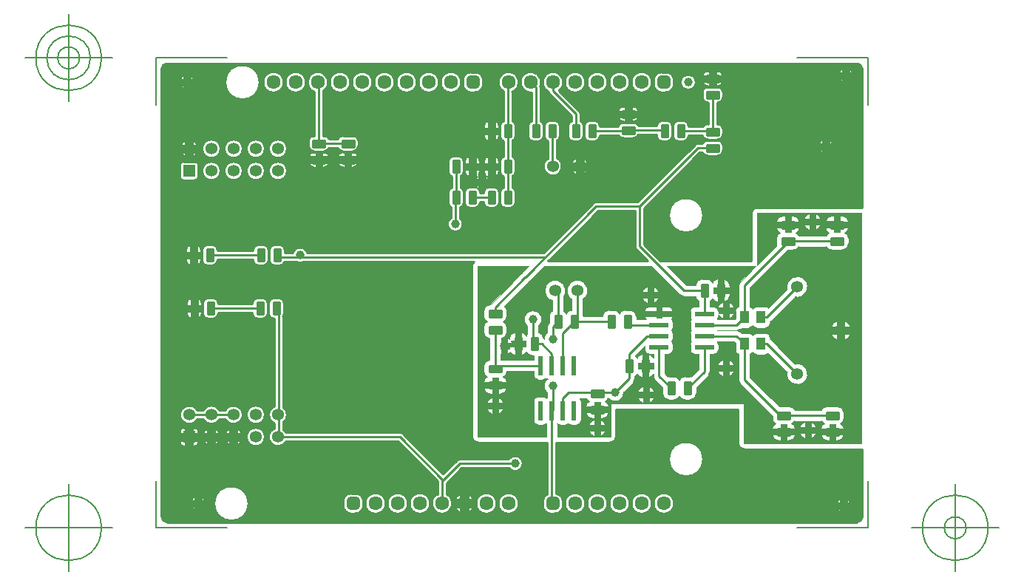
<source format=gbr>
G04 Generated by Ultiboard 14.0 *
%FSLAX34Y34*%
%MOMM*%

%ADD10C,0.0001*%
%ADD11C,0.2540*%
%ADD12C,0.0010*%
%ADD13C,0.1270*%
%ADD14C,1.6088*%
%ADD15R,0.5291X0.5291*%
%ADD16C,0.9949*%
%ADD17C,1.0000*%
%ADD18C,1.3556*%
%ADD19R,0.5718X1.1857*%
%ADD20C,0.4232*%
%ADD21R,1.1857X0.5718*%
%ADD22R,2.2000X0.6000*%
%ADD23R,1.3556X1.3556*%
%ADD24R,0.6000X2.2000*%
%ADD25R,1.0500X1.4000*%


G04 ColorRGB 00FF00 for the following layer *
%LNCopper Top*%
%LPD*%
G54D10*
G36*
X735375Y358140D02*
X735375Y358140D01*
X735375Y303485D01*
X630834Y303485D01*
X612165Y322154D01*
X612165Y363646D01*
X676061Y427542D01*
X679437Y427542D01*
G75*
D01*
G03X684952Y423833I5515J2245*
G01*
X684952Y423833D01*
X696808Y423833D01*
G75*
D01*
G03X702763Y429788I0J5955*
G01*
X702763Y429788D01*
X702763Y435505D01*
G74*
D01*
G03X696808Y441460I5955J0*
G01*
X696808Y441460D01*
X684952Y441460D01*
G75*
D01*
G03X679437Y437751I0J-5955*
G01*
X679437Y437751D01*
X673947Y437751D01*
G75*
D01*
G03X671611Y437185I0J-5104*
G01*
G74*
D01*
G03X670337Y436256I2334J4538*
G01*
X670337Y436256D01*
X604946Y370865D01*
X557543Y370865D01*
G75*
D01*
G03X555348Y370369I0J-5105*
G01*
G74*
D01*
G03X553933Y369369I2195J4608*
G01*
X553933Y369369D01*
X497008Y312445D01*
X226868Y312445D01*
G75*
D01*
G03X210012Y312445I-8428J-2563*
G01*
X210012Y312445D01*
X201007Y312445D01*
X201007Y315808D01*
G74*
D01*
G03X195052Y321763I5955J0*
G01*
X195052Y321763D01*
X189335Y321763D01*
G75*
D01*
G03X183380Y315808I0J-5955*
G01*
X183380Y315808D01*
X183380Y303952D01*
G75*
D01*
G03X189335Y297997I5955J0*
G01*
X189335Y297997D01*
X195052Y297997D01*
G74*
D01*
G03X200754Y302235I0J5955*
G01*
X200754Y302235D01*
X214061Y302235D01*
G75*
D01*
G03X222819Y302235I4379J7645*
G01*
X222819Y302235D01*
X417872Y302235D01*
G74*
D01*
G03X415335Y297180I3767J5055*
G01*
X415335Y297180D01*
X415335Y101600D01*
G75*
D01*
G03X421640Y95295I6305J0*
G01*
X421640Y95295D01*
X501625Y95295D01*
X501625Y36046D01*
G74*
D01*
G03X496528Y28045I3730J8000*
G01*
X496528Y28045D01*
X496528Y22755D01*
G75*
D01*
G03X505355Y13928I8827J0*
G01*
X505355Y13928D01*
X510645Y13928D01*
G75*
D01*
G03X519473Y22755I1J8827*
G01*
X519473Y22755D01*
X519473Y28045D01*
G74*
D01*
G03X511835Y36792I8828J0*
G01*
X511835Y36792D01*
X511835Y95295D01*
X574040Y95295D01*
G75*
D01*
G03X580345Y101600I0J6305*
G01*
X580345Y101600D01*
X580345Y133395D01*
X720135Y133395D01*
X720135Y93980D01*
G75*
D01*
G03X726440Y87675I6305J0*
G01*
X726440Y87675D01*
X862312Y87675D01*
X862312Y10160D01*
G75*
D01*
G03X862317Y9955I3828J-9*
G01*
G74*
D01*
G02X856185Y3823I6336J204*
G01*
G74*
D01*
G03X855980Y3828I196J3823*
G01*
X855980Y3828D01*
X67103Y3828D01*
G74*
D01*
G03X66040Y3979I1063J3667*
G01*
G74*
D01*
G02X59859Y10160I0J6181*
G01*
G74*
D01*
G03X59708Y11223I3819J0*
G01*
X59708Y11223D01*
X59708Y522177D01*
G74*
D01*
G03X59859Y523240I3667J1063*
G01*
G74*
D01*
G02X66040Y529421I6181J0*
G01*
G74*
D01*
G03X67103Y529572I0J3819*
G01*
X67103Y529572D01*
X855980Y529572D01*
G74*
D01*
G03X856185Y529577I9J3828*
G01*
G74*
D01*
G02X862317Y523445I204J6336*
G01*
G74*
D01*
G03X862312Y523240I3823J196*
G01*
X862312Y523240D01*
X862312Y364445D01*
X741680Y364445D01*
G75*
D01*
G03X735375Y358140I0J-6305*
G01*
D02*
G37*
%LPC*%
G36*
X588432Y480407D02*
G75*
D01*
G03X582483Y474719I0J-5955*
G01*
X582483Y474719D01*
X591235Y474719D01*
X591235Y480407D01*
X588432Y480407D01*
D02*
G37*
G36*
X504391Y494231D02*
X504391Y494231D01*
X522449Y476172D01*
X529142Y469479D01*
X529142Y463563D01*
G74*
D01*
G03X525433Y458048I2245J5515*
G01*
X525433Y458048D01*
X525433Y446192D01*
G75*
D01*
G03X531388Y440237I5955J0*
G01*
X531388Y440237D01*
X537105Y440237D01*
G75*
D01*
G03X543060Y446192I0J5955*
G01*
X543060Y446192D01*
X543060Y458048D01*
G74*
D01*
G03X539351Y463563I5955J0*
G01*
X539351Y463563D01*
X539351Y471593D01*
G74*
D01*
G03X537848Y475211I5104J1*
G01*
X537848Y475211D01*
X536887Y476172D01*
X536887Y476172D01*
X514782Y498277D01*
G75*
D01*
G03X502925Y497287I-6782J9723*
G01*
G74*
D01*
G03X504391Y494231I5075J555*
G01*
D02*
G37*
G36*
X483422Y496174D02*
X483422Y496174D01*
X483422Y463563D01*
G74*
D01*
G03X479713Y458048I2245J5515*
G01*
X479713Y458048D01*
X479713Y446192D01*
G75*
D01*
G03X485668Y440237I5955J0*
G01*
X485668Y440237D01*
X491385Y440237D01*
G75*
D01*
G03X497340Y446192I0J5955*
G01*
X497340Y446192D01*
X497340Y458048D01*
G74*
D01*
G03X493631Y463563I5955J0*
G01*
X493631Y463563D01*
X493631Y502073D01*
G74*
D01*
G03X493482Y503299I5104J2*
G01*
G75*
D01*
G03X483422Y496174I-10882J4700*
G01*
D02*
G37*
G36*
X600288Y480407D02*
X600288Y480407D01*
X597485Y480407D01*
X597485Y474719D01*
X606237Y474719D01*
G74*
D01*
G03X600288Y480407I5948J266*
G01*
D02*
G37*
G36*
X696808Y484793D02*
G75*
D01*
G03X702763Y490748I0J5955*
G01*
X702763Y490748D01*
X702763Y496465D01*
G74*
D01*
G03X696808Y502420I5955J0*
G01*
X696808Y502420D01*
X684952Y502420D01*
G75*
D01*
G03X678997Y496465I0J-5955*
G01*
X678997Y496465D01*
X678997Y490748D01*
G75*
D01*
G03X684952Y484793I5955J0*
G01*
X684952Y484793D01*
X685775Y484793D01*
X685775Y460087D01*
X684952Y460087D01*
G75*
D01*
G03X679863Y457225I0J-5955*
G01*
X679863Y457225D01*
X663287Y457225D01*
X663287Y458048D01*
G74*
D01*
G03X657332Y464003I5955J0*
G01*
X657332Y464003D01*
X651615Y464003D01*
G75*
D01*
G03X645660Y458048I0J-5955*
G01*
X645660Y458048D01*
X645660Y446192D01*
G75*
D01*
G03X651615Y440237I5955J0*
G01*
X651615Y440237D01*
X657332Y440237D01*
G75*
D01*
G03X663287Y446192I0J5955*
G01*
X663287Y446192D01*
X663287Y447015D01*
X679164Y447015D01*
G75*
D01*
G03X684952Y442460I5787J1399*
G01*
X684952Y442460D01*
X696808Y442460D01*
G75*
D01*
G03X702763Y448415I0J5955*
G01*
X702763Y448415D01*
X702763Y454132D01*
G74*
D01*
G03X696808Y460087I5955J0*
G01*
X696808Y460087D01*
X695985Y460087D01*
X695985Y484793D01*
X696808Y484793D01*
D02*
G37*
G36*
X245144Y498012D02*
G75*
D01*
G03X234935Y496780I-6384J9987*
G01*
X234935Y496780D01*
X234935Y446636D01*
X234111Y446636D01*
G75*
D01*
G03X228156Y440681I0J-5955*
G01*
X228156Y440681D01*
X228156Y434964D01*
G75*
D01*
G03X234111Y429009I5955J0*
G01*
X234111Y429009D01*
X245968Y429009D01*
G74*
D01*
G03X251482Y432718I1J5955*
G01*
X251482Y432718D01*
X261795Y432718D01*
G75*
D01*
G03X267310Y429009I5515J2245*
G01*
X267310Y429009D01*
X279166Y429009D01*
G75*
D01*
G03X285121Y434964I0J5955*
G01*
X285121Y434964D01*
X285121Y440681D01*
G74*
D01*
G03X279166Y446636I5955J0*
G01*
X279166Y446636D01*
X267310Y446636D01*
G75*
D01*
G03X261795Y442927I0J-5955*
G01*
X261795Y442927D01*
X251482Y442927D01*
G74*
D01*
G03X245968Y446636I5514J2244*
G01*
X245968Y446636D01*
X245144Y446636D01*
X245144Y498012D01*
D02*
G37*
G36*
X461458Y463563D02*
X461458Y463563D01*
X461458Y496937D01*
G75*
D01*
G03X451249Y497748I-4258J11063*
G01*
X451249Y497748D01*
X451249Y463563D01*
G74*
D01*
G03X447540Y458048I2245J5515*
G01*
X447540Y458048D01*
X447540Y446192D01*
G75*
D01*
G03X451249Y440677I5955J0*
G01*
X451249Y440677D01*
X451249Y422923D01*
G74*
D01*
G03X447540Y417408I2245J5515*
G01*
X447540Y417408D01*
X447540Y405552D01*
G75*
D01*
G03X451249Y400037I5955J0*
G01*
X451249Y400037D01*
X451249Y387363D01*
G74*
D01*
G03X447540Y381848I2245J5515*
G01*
X447540Y381848D01*
X447540Y369992D01*
G75*
D01*
G03X453495Y364037I5955J0*
G01*
X453495Y364037D01*
X459212Y364037D01*
G75*
D01*
G03X465167Y369992I0J5955*
G01*
X465167Y369992D01*
X465167Y381848D01*
G74*
D01*
G03X461458Y387363I5955J0*
G01*
X461458Y387363D01*
X461458Y400037D01*
G75*
D01*
G03X465167Y405552I-2245J5515*
G01*
X465167Y405552D01*
X465167Y417408D01*
G74*
D01*
G03X461458Y422923I5955J0*
G01*
X461458Y422923D01*
X461458Y440677D01*
G75*
D01*
G03X465167Y446192I-2245J5515*
G01*
X465167Y446192D01*
X465167Y458048D01*
G74*
D01*
G03X461458Y463563I5955J0*
G01*
D02*
G37*
G36*
X234111Y410383D02*
X234111Y410383D01*
X236914Y410383D01*
X236914Y416071D01*
X228162Y416071D01*
G75*
D01*
G03X234111Y410383I5948J266*
G01*
D02*
G37*
G36*
X228162Y422321D02*
X228162Y422321D01*
X236914Y422321D01*
X236914Y428009D01*
X234111Y428009D01*
G75*
D01*
G03X228162Y422321I-1J-5954*
G01*
D02*
G37*
G36*
X198991Y239449D02*
G75*
D01*
G03X200160Y242992I-4785J3543*
G01*
X200160Y242992D01*
X200160Y254848D01*
G74*
D01*
G03X194205Y260803I5955J0*
G01*
X194205Y260803D01*
X188488Y260803D01*
G75*
D01*
G03X182533Y254848I0J-5955*
G01*
X182533Y254848D01*
X182533Y242992D01*
G75*
D01*
G03X188488Y237037I5955J0*
G01*
X188488Y237037D01*
X188782Y237037D01*
X188782Y136694D01*
G75*
D01*
G03X188782Y117306I4256J-9694*
G01*
X188782Y117306D01*
X188782Y111294D01*
G75*
D01*
G03X202316Y96495I4260J-9692*
G01*
X202316Y96495D01*
X330626Y96495D01*
X375912Y51209D01*
G75*
D01*
G03X375895Y50790I5087J-416*
G01*
X375895Y50790D01*
X375895Y36099D01*
G75*
D01*
G03X386105Y36099I5105J-10698*
G01*
X386105Y36099D01*
X386105Y48686D01*
X403434Y66015D01*
X457640Y66015D01*
G75*
D01*
G03X457640Y76225I7179J5105*
G01*
X457640Y76225D01*
X401320Y76225D01*
G75*
D01*
G03X399387Y75844I2J-5105*
G01*
G74*
D01*
G03X397711Y74729I1934J4724*
G01*
X397711Y74729D01*
X382270Y59289D01*
X336355Y105203D01*
G74*
D01*
G03X332740Y106705I3616J3601*
G01*
X332740Y106705D01*
X202316Y106705D01*
G74*
D01*
G03X198991Y110357I9275J5105*
G01*
X198991Y110357D01*
X198991Y118243D01*
G75*
D01*
G03X198991Y135757I-5950J8757*
G01*
X198991Y135757D01*
X198991Y239449D01*
D02*
G37*
G36*
X835043Y518744D02*
X835043Y518744D01*
X840156Y518744D01*
X840156Y523857D01*
G74*
D01*
G03X835043Y518744I3124J8237*
G01*
D02*
G37*
G36*
X840156Y507383D02*
X840156Y507383D01*
X840156Y512496D01*
X835043Y512496D01*
G74*
D01*
G03X840156Y507383I8237J3124*
G01*
D02*
G37*
G36*
X846404Y523857D02*
X846404Y523857D01*
X846404Y518744D01*
X851517Y518744D01*
G74*
D01*
G03X846404Y523857I8237J3124*
G01*
D02*
G37*
G36*
X851517Y512496D02*
X851517Y512496D01*
X846404Y512496D01*
X846404Y507383D01*
G74*
D01*
G03X851517Y512496I3124J8237*
G01*
D02*
G37*
G36*
X840280Y515620D02*
G75*
D01*
G03X840280Y515620I3000J0*
G01*
D02*
G37*
G36*
X97137Y504876D02*
X97137Y504876D01*
X92024Y504876D01*
X92024Y499763D01*
G74*
D01*
G03X97137Y504876I3124J8237*
G01*
D02*
G37*
G36*
X85776Y499763D02*
X85776Y499763D01*
X85776Y504876D01*
X80663Y504876D01*
G74*
D01*
G03X85776Y499763I8237J3124*
G01*
D02*
G37*
G36*
X132590Y508000D02*
G75*
D01*
G03X132590Y508000I19810J0*
G01*
D02*
G37*
G36*
X176106Y508000D02*
G75*
D01*
G03X176106Y508000I11854J0*
G01*
D02*
G37*
G36*
X201506Y508000D02*
G75*
D01*
G03X201506Y508000I11854J0*
G01*
D02*
G37*
G36*
X80663Y511124D02*
X80663Y511124D01*
X85776Y511124D01*
X85776Y516237D01*
G74*
D01*
G03X80663Y511124I3124J8237*
G01*
D02*
G37*
G36*
X92024Y516237D02*
X92024Y516237D01*
X92024Y511124D01*
X97137Y511124D01*
G74*
D01*
G03X92024Y516237I8237J3124*
G01*
D02*
G37*
G36*
X85900Y508000D02*
G75*
D01*
G03X85900Y508000I3000J0*
G01*
D02*
G37*
G36*
X521546Y508000D02*
G75*
D01*
G03X521546Y508000I11854J0*
G01*
D02*
G37*
G36*
X546946Y508000D02*
G75*
D01*
G03X546946Y508000I11854J0*
G01*
D02*
G37*
G36*
X572346Y508000D02*
G75*
D01*
G03X572346Y508000I11854J0*
G01*
D02*
G37*
G36*
X597746Y508000D02*
G75*
D01*
G03X597746Y508000I11854J0*
G01*
D02*
G37*
G36*
X646473Y505355D02*
X646473Y505355D01*
X646473Y510645D01*
G74*
D01*
G03X637645Y519473I8828J0*
G01*
X637645Y519473D01*
X632355Y519473D01*
G75*
D01*
G03X623528Y510645I1J-8828*
G01*
X623528Y510645D01*
X623528Y505355D01*
G75*
D01*
G03X632355Y496528I8827J0*
G01*
X632355Y496528D01*
X637645Y496528D01*
G75*
D01*
G03X646473Y505355I1J8827*
G01*
D02*
G37*
G36*
X654130Y508000D02*
G75*
D01*
G03X654130Y508000I8810J0*
G01*
D02*
G37*
G36*
X679003Y509108D02*
G75*
D01*
G03X684952Y503420I5948J266*
G01*
X684952Y503420D01*
X687755Y503420D01*
X687755Y509108D01*
X679003Y509108D01*
D02*
G37*
G36*
X684952Y521047D02*
G75*
D01*
G03X679003Y515359I0J-5955*
G01*
X679003Y515359D01*
X687755Y515359D01*
X687755Y521047D01*
X684952Y521047D01*
D02*
G37*
G36*
X696808Y503420D02*
G74*
D01*
G03X702757Y509108I0J5955*
G01*
X702757Y509108D01*
X694005Y509108D01*
X694005Y503420D01*
X696808Y503420D01*
D02*
G37*
G36*
X702757Y515359D02*
G74*
D01*
G03X696808Y521047I5948J266*
G01*
X696808Y521047D01*
X694005Y521047D01*
X694005Y515359D01*
X702757Y515359D01*
D02*
G37*
G36*
X252306Y508000D02*
G75*
D01*
G03X252306Y508000I11854J0*
G01*
D02*
G37*
G36*
X277706Y508000D02*
G75*
D01*
G03X277706Y508000I11854J0*
G01*
D02*
G37*
G36*
X303106Y508000D02*
G75*
D01*
G03X303106Y508000I11854J0*
G01*
D02*
G37*
G36*
X328506Y508000D02*
G75*
D01*
G03X328506Y508000I11854J0*
G01*
D02*
G37*
G36*
X353906Y508000D02*
G75*
D01*
G03X353906Y508000I11854J0*
G01*
D02*
G37*
G36*
X379306Y508000D02*
G75*
D01*
G03X379306Y508000I11854J0*
G01*
D02*
G37*
G36*
X428033Y505355D02*
X428033Y505355D01*
X428033Y510645D01*
G74*
D01*
G03X419205Y519473I8828J0*
G01*
X419205Y519473D01*
X413915Y519473D01*
G75*
D01*
G03X405088Y510645I1J-8828*
G01*
X405088Y510645D01*
X405088Y505355D01*
G75*
D01*
G03X413915Y496528I8827J0*
G01*
X413915Y496528D01*
X419205Y496528D01*
G75*
D01*
G03X428033Y505355I1J8827*
G01*
D02*
G37*
G36*
X843864Y31097D02*
X843864Y31097D01*
X843864Y25984D01*
X848977Y25984D01*
G74*
D01*
G03X843864Y31097I8237J3124*
G01*
D02*
G37*
G36*
X832503Y25984D02*
X832503Y25984D01*
X837616Y25984D01*
X837616Y31097D01*
G74*
D01*
G03X832503Y25984I3124J8237*
G01*
D02*
G37*
G36*
X848977Y19736D02*
X848977Y19736D01*
X843864Y19736D01*
X843864Y14623D01*
G74*
D01*
G03X848977Y19736I3124J8237*
G01*
D02*
G37*
G36*
X837616Y14623D02*
X837616Y14623D01*
X837616Y19736D01*
X832503Y19736D01*
G74*
D01*
G03X837616Y14623I8237J3124*
G01*
D02*
G37*
G36*
X837740Y22860D02*
G75*
D01*
G03X837740Y22860I3000J0*
G01*
D02*
G37*
G36*
X828657Y431216D02*
X828657Y431216D01*
X823544Y431216D01*
X823544Y426103D01*
G74*
D01*
G03X828657Y431216I3124J8237*
G01*
D02*
G37*
G36*
X812183Y437464D02*
X812183Y437464D01*
X817296Y437464D01*
X817296Y442577D01*
G74*
D01*
G03X812183Y437464I3124J8237*
G01*
D02*
G37*
G36*
X817420Y434340D02*
G75*
D01*
G03X817420Y434340I3000J0*
G01*
D02*
G37*
G36*
X817296Y426103D02*
X817296Y426103D01*
X817296Y431216D01*
X812183Y431216D01*
G74*
D01*
G03X817296Y426103I8237J3124*
G01*
D02*
G37*
G36*
X823544Y442577D02*
X823544Y442577D01*
X823544Y437464D01*
X828657Y437464D01*
G74*
D01*
G03X823544Y442577I8237J3124*
G01*
D02*
G37*
G36*
X640590Y76200D02*
G75*
D01*
G03X640590Y76200I19810J0*
G01*
D02*
G37*
G36*
X623146Y25400D02*
G75*
D01*
G03X623146Y25400I11854J0*
G01*
D02*
G37*
G36*
X597746Y25400D02*
G75*
D01*
G03X597746Y25400I11854J0*
G01*
D02*
G37*
G36*
X572346Y25400D02*
G75*
D01*
G03X572346Y25400I11854J0*
G01*
D02*
G37*
G36*
X546946Y25400D02*
G75*
D01*
G03X546946Y25400I11854J0*
G01*
D02*
G37*
G36*
X521546Y25400D02*
G75*
D01*
G03X521546Y25400I11854J0*
G01*
D02*
G37*
G36*
X440852Y440243D02*
G75*
D01*
G03X446540Y446192I-266J5948*
G01*
X446540Y446192D01*
X446540Y448995D01*
X440852Y448995D01*
X440852Y440243D01*
D02*
G37*
G36*
X391982Y400037D02*
X391982Y400037D01*
X391982Y387363D01*
G74*
D01*
G03X388273Y381848I2245J5515*
G01*
X388273Y381848D01*
X388273Y369992D01*
G75*
D01*
G03X391135Y364903I5955J0*
G01*
X391135Y364903D01*
X391135Y352620D01*
G75*
D01*
G03X401345Y352620I5105J-7179*
G01*
X401345Y352620D01*
X401345Y364204D01*
G75*
D01*
G03X405900Y369992I-1399J5787*
G01*
X405900Y369992D01*
X405900Y381848D01*
G74*
D01*
G03X402191Y387363I5955J0*
G01*
X402191Y387363D01*
X402191Y400037D01*
G75*
D01*
G03X405900Y405552I-2245J5515*
G01*
X405900Y405552D01*
X405900Y417408D01*
G74*
D01*
G03X399945Y423363I5955J0*
G01*
X399945Y423363D01*
X394228Y423363D01*
G75*
D01*
G03X388273Y417408I0J-5955*
G01*
X388273Y417408D01*
X388273Y405552D01*
G75*
D01*
G03X391982Y400037I5955J0*
G01*
D02*
G37*
G36*
X432972Y387493D02*
G74*
D01*
G03X434957Y390576I6252J6206*
G01*
X434957Y390576D01*
X429844Y390576D01*
X429844Y385463D01*
G74*
D01*
G03X430276Y385640I3123J8237*
G01*
G74*
D01*
G03X428913Y381848I4592J3792*
G01*
X428913Y381848D01*
X428913Y381025D01*
X424527Y381025D01*
X424527Y381848D01*
G74*
D01*
G03X423164Y385640I5955J0*
G01*
G74*
D01*
G03X423596Y385463I3555J8060*
G01*
X423596Y385463D01*
X423596Y390576D01*
X418483Y390576D01*
G74*
D01*
G03X420468Y387493I8237J3123*
G01*
G74*
D01*
G03X418572Y387803I1896J5644*
G01*
X418572Y387803D01*
X412855Y387803D01*
G75*
D01*
G03X406900Y381848I0J-5955*
G01*
X406900Y381848D01*
X406900Y369992D01*
G75*
D01*
G03X412855Y364037I5955J0*
G01*
X412855Y364037D01*
X418572Y364037D01*
G75*
D01*
G03X424527Y369992I0J5955*
G01*
X424527Y369992D01*
X424527Y370815D01*
X428913Y370815D01*
X428913Y369992D01*
G75*
D01*
G03X434868Y364037I5955J0*
G01*
X434868Y364037D01*
X440585Y364037D01*
G75*
D01*
G03X446540Y369992I0J5955*
G01*
X446540Y369992D01*
X446540Y381848D01*
G74*
D01*
G03X440585Y387803I5955J0*
G01*
X440585Y387803D01*
X434868Y387803D01*
G75*
D01*
G03X432972Y387493I0J-5955*
G01*
D02*
G37*
G36*
X423164Y401760D02*
G75*
D01*
G03X424527Y405552I-4592J3792*
G01*
X424527Y405552D01*
X424527Y408355D01*
X418839Y408355D01*
X418839Y399603D01*
G74*
D01*
G03X420468Y399907I267J5948*
G01*
G74*
D01*
G03X418483Y396824I6252J6206*
G01*
X418483Y396824D01*
X423596Y396824D01*
X423596Y401937D01*
G74*
D01*
G03X423164Y401760I3123J8237*
G01*
D02*
G37*
G36*
X406900Y405552D02*
G75*
D01*
G03X412588Y399603I5955J0*
G01*
X412588Y399603D01*
X412588Y408355D01*
X406900Y408355D01*
X406900Y405552D01*
D02*
G37*
G36*
X432972Y399907D02*
G74*
D01*
G03X434601Y399603I1896J5644*
G01*
X434601Y399603D01*
X434601Y408355D01*
X428913Y408355D01*
X428913Y405552D01*
G75*
D01*
G03X430276Y401760I5955J0*
G01*
G74*
D01*
G03X429844Y401937I3555J8060*
G01*
X429844Y401937D01*
X429844Y396824D01*
X434957Y396824D01*
G74*
D01*
G03X432972Y399907I8237J3123*
G01*
D02*
G37*
G36*
X423720Y393700D02*
G75*
D01*
G03X423720Y393700I3000J0*
G01*
D02*
G37*
G36*
X440852Y399603D02*
G75*
D01*
G03X446540Y405552I-266J5948*
G01*
X446540Y405552D01*
X446540Y408355D01*
X440852Y408355D01*
X440852Y399603D01*
D02*
G37*
G36*
X245968Y410383D02*
G74*
D01*
G03X251916Y416071I0J5954*
G01*
X251916Y416071D01*
X243165Y416071D01*
X243165Y410383D01*
X245968Y410383D01*
D02*
G37*
G36*
X279166Y410383D02*
G74*
D01*
G03X285115Y416071I1J5954*
G01*
X285115Y416071D01*
X276363Y416071D01*
X276363Y410383D01*
X279166Y410383D01*
D02*
G37*
G36*
X261361Y416071D02*
G75*
D01*
G03X267310Y410383I5948J266*
G01*
X267310Y410383D01*
X270113Y410383D01*
X270113Y416071D01*
X261361Y416071D01*
D02*
G37*
G36*
X424527Y417408D02*
G74*
D01*
G03X418839Y423357I5955J0*
G01*
X418839Y423357D01*
X418839Y414605D01*
X424527Y414605D01*
X424527Y417408D01*
D02*
G37*
G36*
X412588Y423357D02*
G74*
D01*
G03X406900Y417408I266J5948*
G01*
X406900Y417408D01*
X406900Y414605D01*
X412588Y414605D01*
X412588Y423357D01*
D02*
G37*
G36*
X434601Y423357D02*
G74*
D01*
G03X428913Y417408I266J5948*
G01*
X428913Y417408D01*
X428913Y414605D01*
X434601Y414605D01*
X434601Y423357D01*
D02*
G37*
G36*
X446540Y417408D02*
G74*
D01*
G03X440852Y423357I5955J0*
G01*
X440852Y423357D01*
X440852Y414605D01*
X446540Y414605D01*
X446540Y417408D01*
D02*
G37*
G36*
X251916Y422321D02*
G74*
D01*
G03X245968Y428009I5947J265*
G01*
X245968Y428009D01*
X243165Y428009D01*
X243165Y422321D01*
X251916Y422321D01*
D02*
G37*
G36*
X285115Y422321D02*
G74*
D01*
G03X279166Y428009I5948J266*
G01*
X279166Y428009D01*
X276363Y428009D01*
X276363Y422321D01*
X285115Y422321D01*
D02*
G37*
G36*
X267310Y428009D02*
G75*
D01*
G03X261361Y422321I-1J-5954*
G01*
X261361Y422321D01*
X270113Y422321D01*
X270113Y428009D01*
X267310Y428009D01*
D02*
G37*
G36*
X434601Y463997D02*
G74*
D01*
G03X428913Y458048I266J5948*
G01*
X428913Y458048D01*
X428913Y455245D01*
X434601Y455245D01*
X434601Y463997D01*
D02*
G37*
G36*
X428913Y446192D02*
G75*
D01*
G03X434601Y440243I5955J0*
G01*
X434601Y440243D01*
X434601Y448995D01*
X428913Y448995D01*
X428913Y446192D01*
D02*
G37*
G36*
X446540Y458048D02*
G74*
D01*
G03X440852Y463997I5955J0*
G01*
X440852Y463997D01*
X440852Y455245D01*
X446540Y455245D01*
X446540Y458048D01*
D02*
G37*
G36*
X132964Y132105D02*
X132964Y132105D01*
X126116Y132105D01*
G75*
D01*
G03X107564Y132105I-9276J-5103*
G01*
X107564Y132105D01*
X100716Y132105D01*
G75*
D01*
G03X100716Y121895I-9275J-5105*
G01*
X100716Y121895D01*
X107564Y121895D01*
G75*
D01*
G03X126116Y121895I9276J5103*
G01*
X126116Y121895D01*
X132964Y121895D01*
G75*
D01*
G03X132964Y132105I9275J5105*
G01*
D02*
G37*
G36*
X98476Y17163D02*
X98476Y17163D01*
X98476Y22276D01*
X93363Y22276D01*
G74*
D01*
G03X98476Y17163I8237J3124*
G01*
D02*
G37*
G36*
X109837Y22276D02*
X109837Y22276D01*
X104724Y22276D01*
X104724Y17163D01*
G74*
D01*
G03X109837Y22276I3124J8237*
G01*
D02*
G37*
G36*
X119890Y25400D02*
G75*
D01*
G03X119890Y25400I19810J0*
G01*
D02*
G37*
G36*
X98600Y25400D02*
G75*
D01*
G03X98600Y25400I3000J0*
G01*
D02*
G37*
G36*
X93363Y28524D02*
X93363Y28524D01*
X98476Y28524D01*
X98476Y33637D01*
G74*
D01*
G03X93363Y28524I3124J8237*
G01*
D02*
G37*
G36*
X104724Y33637D02*
X104724Y33637D01*
X104724Y28524D01*
X109837Y28524D01*
G74*
D01*
G03X104724Y33637I8237J3124*
G01*
D02*
G37*
G36*
X98218Y90994D02*
G75*
D01*
G03X102046Y94822I0J3828*
G01*
X102046Y94822D01*
X102046Y97839D01*
X95201Y97839D01*
X95201Y90994D01*
X98218Y90994D01*
D02*
G37*
G36*
X86440Y101600D02*
G75*
D01*
G03X86440Y101600I5000J0*
G01*
D02*
G37*
G36*
X80834Y94822D02*
G75*
D01*
G03X84662Y90994I3828J0*
G01*
X84662Y90994D01*
X87679Y90994D01*
X87679Y97839D01*
X80834Y97839D01*
X80834Y94822D01*
D02*
G37*
G36*
X111840Y101600D02*
G75*
D01*
G03X111840Y101600I5000J0*
G01*
D02*
G37*
G36*
X113085Y91700D02*
X113085Y91700D01*
X113085Y97845D01*
X106940Y97845D01*
G74*
D01*
G03X113085Y91700I9900J3755*
G01*
D02*
G37*
G36*
X137240Y101600D02*
G75*
D01*
G03X137240Y101600I5000J0*
G01*
D02*
G37*
G36*
X126740Y97845D02*
X126740Y97845D01*
X120595Y97845D01*
X120595Y91700D01*
G74*
D01*
G03X126740Y97845I3755J9900*
G01*
D02*
G37*
G36*
X138485Y91700D02*
X138485Y91700D01*
X138485Y97845D01*
X132340Y97845D01*
G74*
D01*
G03X138485Y91700I9900J3755*
G01*
D02*
G37*
G36*
X157052Y101600D02*
G75*
D01*
G03X157052Y101600I10588J0*
G01*
D02*
G37*
G36*
X152140Y97845D02*
X152140Y97845D01*
X145995Y97845D01*
X145995Y91700D01*
G74*
D01*
G03X152140Y97845I3755J9900*
G01*
D02*
G37*
G36*
X102046Y108378D02*
G74*
D01*
G03X98218Y112206I3828J0*
G01*
X98218Y112206D01*
X95201Y112206D01*
X95201Y105361D01*
X102046Y105361D01*
X102046Y108378D01*
D02*
G37*
G36*
X80834Y108378D02*
X80834Y108378D01*
X80834Y105361D01*
X87679Y105361D01*
X87679Y112206D01*
X84662Y112206D01*
G75*
D01*
G03X80834Y108378I0J-3828*
G01*
D02*
G37*
G36*
X106940Y105355D02*
X106940Y105355D01*
X113085Y105355D01*
X113085Y111500D01*
G74*
D01*
G03X106940Y105355I3755J9900*
G01*
D02*
G37*
G36*
X120595Y111500D02*
X120595Y111500D01*
X120595Y105355D01*
X126740Y105355D01*
G74*
D01*
G03X120595Y111500I9900J3755*
G01*
D02*
G37*
G36*
X132340Y105355D02*
X132340Y105355D01*
X138485Y105355D01*
X138485Y111500D01*
G74*
D01*
G03X132340Y105355I3755J9900*
G01*
D02*
G37*
G36*
X157052Y127000D02*
G75*
D01*
G03X157052Y127000I10588J0*
G01*
D02*
G37*
G36*
X145995Y111500D02*
X145995Y111500D01*
X145995Y105355D01*
X152140Y105355D01*
G74*
D01*
G03X145995Y111500I9900J3755*
G01*
D02*
G37*
G36*
X600288Y462780D02*
G74*
D01*
G03X606237Y468468I0J5955*
G01*
X606237Y468468D01*
X597485Y468468D01*
X597485Y462780D01*
X600288Y462780D01*
D02*
G37*
G36*
X582644Y457225D02*
X582644Y457225D01*
X561687Y457225D01*
X561687Y458048D01*
G74*
D01*
G03X555732Y464003I5955J0*
G01*
X555732Y464003D01*
X550015Y464003D01*
G75*
D01*
G03X544060Y458048I0J-5955*
G01*
X544060Y458048D01*
X544060Y446192D01*
G75*
D01*
G03X550015Y440237I5955J0*
G01*
X550015Y440237D01*
X555732Y440237D01*
G75*
D01*
G03X561687Y446192I0J5955*
G01*
X561687Y446192D01*
X561687Y447015D01*
X583343Y447015D01*
G75*
D01*
G03X588432Y444153I5089J3093*
G01*
X588432Y444153D01*
X600288Y444153D01*
G74*
D01*
G03X605803Y447862I0J5955*
G01*
X605803Y447862D01*
X627033Y447862D01*
X627033Y446192D01*
G75*
D01*
G03X632988Y440237I5955J0*
G01*
X632988Y440237D01*
X638705Y440237D01*
G75*
D01*
G03X644660Y446192I0J5955*
G01*
X644660Y446192D01*
X644660Y458048D01*
G74*
D01*
G03X638705Y464003I5955J0*
G01*
X638705Y464003D01*
X632988Y464003D01*
G75*
D01*
G03X627033Y458071I0J-5955*
G01*
X627033Y458071D01*
X605803Y458071D01*
G74*
D01*
G03X600288Y461780I5515J2245*
G01*
X600288Y461780D01*
X588432Y461780D01*
G75*
D01*
G03X582644Y457225I0J-5955*
G01*
D02*
G37*
G36*
X502049Y440677D02*
X502049Y440677D01*
X502049Y420344D01*
G75*
D01*
G03X512258Y421102I5791J-8864*
G01*
X512258Y421102D01*
X512258Y440677D01*
G75*
D01*
G03X515967Y446192I-2245J5515*
G01*
X515967Y446192D01*
X515967Y458048D01*
G74*
D01*
G03X510012Y464003I5955J0*
G01*
X510012Y464003D01*
X504295Y464003D01*
G75*
D01*
G03X498340Y458048I0J-5955*
G01*
X498340Y458048D01*
X498340Y446192D01*
G75*
D01*
G03X502049Y440677I5955J0*
G01*
D02*
G37*
G36*
X640590Y355600D02*
G75*
D01*
G03X640590Y355600I19810J0*
G01*
D02*
G37*
G36*
X542395Y421380D02*
X542395Y421380D01*
X542395Y415235D01*
X548540Y415235D01*
G74*
D01*
G03X542395Y421380I9900J3755*
G01*
D02*
G37*
G36*
X534885Y401580D02*
X534885Y401580D01*
X534885Y407725D01*
X528740Y407725D01*
G74*
D01*
G03X534885Y401580I9900J3755*
G01*
D02*
G37*
G36*
X528740Y415235D02*
X528740Y415235D01*
X534885Y415235D01*
X534885Y421380D01*
G74*
D01*
G03X528740Y415235I3755J9900*
G01*
D02*
G37*
G36*
X533640Y411480D02*
G75*
D01*
G03X533640Y411480I5000J0*
G01*
D02*
G37*
G36*
X548540Y407725D02*
X548540Y407725D01*
X542395Y407725D01*
X542395Y401580D01*
G74*
D01*
G03X548540Y407725I3755J9900*
G01*
D02*
G37*
G36*
X582483Y468468D02*
G75*
D01*
G03X588432Y462780I5948J266*
G01*
X588432Y462780D01*
X591235Y462780D01*
X591235Y468468D01*
X582483Y468468D01*
D02*
G37*
G36*
X88553Y242992D02*
G75*
D01*
G03X94241Y237043I5955J0*
G01*
X94241Y237043D01*
X94241Y245795D01*
X88553Y245795D01*
X88553Y242992D01*
D02*
G37*
G36*
X100492Y237043D02*
G75*
D01*
G03X106180Y242992I-266J5948*
G01*
X106180Y242992D01*
X106180Y245795D01*
X100492Y245795D01*
X100492Y237043D01*
D02*
G37*
G36*
X124807Y242992D02*
X124807Y242992D01*
X124807Y243815D01*
X163907Y243815D01*
X163907Y242992D01*
G75*
D01*
G03X169861Y237037I5954J-1*
G01*
X169861Y237037D01*
X175579Y237037D01*
G75*
D01*
G03X181533Y242992I-1J5955*
G01*
X181533Y242992D01*
X181533Y254848D01*
G74*
D01*
G03X175579Y260803I5954J1*
G01*
X175579Y260803D01*
X169861Y260803D01*
G75*
D01*
G03X163907Y254848I1J-5955*
G01*
X163907Y254848D01*
X163907Y254025D01*
X124807Y254025D01*
X124807Y254848D01*
G74*
D01*
G03X118852Y260803I5955J0*
G01*
X118852Y260803D01*
X113135Y260803D01*
G75*
D01*
G03X107180Y254848I0J-5955*
G01*
X107180Y254848D01*
X107180Y242992D01*
G75*
D01*
G03X113135Y237037I5955J0*
G01*
X113135Y237037D01*
X118852Y237037D01*
G75*
D01*
G03X124807Y242992I0J5955*
G01*
D02*
G37*
G36*
X94241Y260797D02*
G74*
D01*
G03X88553Y254848I266J5948*
G01*
X88553Y254848D01*
X88553Y252045D01*
X94241Y252045D01*
X94241Y260797D01*
D02*
G37*
G36*
X106180Y254848D02*
G74*
D01*
G03X100492Y260797I5955J0*
G01*
X100492Y260797D01*
X100492Y252045D01*
X106180Y252045D01*
X106180Y254848D01*
D02*
G37*
G36*
X99645Y298003D02*
G75*
D01*
G03X105333Y303952I-266J5948*
G01*
X105333Y303952D01*
X105333Y306755D01*
X99645Y306755D01*
X99645Y298003D01*
D02*
G37*
G36*
X87707Y303952D02*
G75*
D01*
G03X93395Y298003I5954J-1*
G01*
X93395Y298003D01*
X93395Y306755D01*
X87707Y306755D01*
X87707Y303952D01*
D02*
G37*
G36*
X123960Y303952D02*
X123960Y303952D01*
X123960Y304775D01*
X164753Y304775D01*
X164753Y303952D01*
G75*
D01*
G03X170708Y297997I5955J0*
G01*
X170708Y297997D01*
X176425Y297997D01*
G75*
D01*
G03X182380Y303952I0J5955*
G01*
X182380Y303952D01*
X182380Y315808D01*
G74*
D01*
G03X176425Y321763I5955J0*
G01*
X176425Y321763D01*
X170708Y321763D01*
G75*
D01*
G03X164753Y315808I0J-5955*
G01*
X164753Y315808D01*
X164753Y314985D01*
X123960Y314985D01*
X123960Y315808D01*
G74*
D01*
G03X118005Y321763I5955J0*
G01*
X118005Y321763D01*
X112288Y321763D01*
G75*
D01*
G03X106333Y315808I0J-5955*
G01*
X106333Y315808D01*
X106333Y303952D01*
G75*
D01*
G03X112288Y297997I5955J0*
G01*
X112288Y297997D01*
X118005Y297997D01*
G75*
D01*
G03X123960Y303952I0J5955*
G01*
D02*
G37*
G36*
X105333Y315808D02*
G74*
D01*
G03X99645Y321757I5954J1*
G01*
X99645Y321757D01*
X99645Y313005D01*
X105333Y313005D01*
X105333Y315808D01*
D02*
G37*
G36*
X93395Y321757D02*
G74*
D01*
G03X87707Y315808I266J5948*
G01*
X87707Y315808D01*
X87707Y313005D01*
X93395Y313005D01*
X93395Y321757D01*
D02*
G37*
G36*
X80834Y413178D02*
X80834Y413178D01*
X80834Y399622D01*
G75*
D01*
G03X84662Y395794I3828J0*
G01*
X84662Y395794D01*
X98218Y395794D01*
G75*
D01*
G03X102046Y399622I0J3828*
G01*
X102046Y399622D01*
X102046Y413178D01*
G74*
D01*
G03X98218Y417006I3828J0*
G01*
X98218Y417006D01*
X84662Y417006D01*
G75*
D01*
G03X80834Y413178I0J-3828*
G01*
D02*
G37*
G36*
X106252Y406400D02*
G75*
D01*
G03X106252Y406400I10588J0*
G01*
D02*
G37*
G36*
X131652Y406400D02*
G75*
D01*
G03X131652Y406400I10588J0*
G01*
D02*
G37*
G36*
X157052Y406400D02*
G75*
D01*
G03X157052Y406400I10588J0*
G01*
D02*
G37*
G36*
X182452Y406400D02*
G75*
D01*
G03X182452Y406400I10588J0*
G01*
D02*
G37*
G36*
X81540Y435555D02*
X81540Y435555D01*
X87685Y435555D01*
X87685Y441700D01*
G74*
D01*
G03X81540Y435555I3755J9900*
G01*
D02*
G37*
G36*
X95195Y441700D02*
X95195Y441700D01*
X95195Y435555D01*
X101340Y435555D01*
G74*
D01*
G03X95195Y441700I9900J3755*
G01*
D02*
G37*
G36*
X101340Y428045D02*
X101340Y428045D01*
X95195Y428045D01*
X95195Y421900D01*
G74*
D01*
G03X101340Y428045I3755J9900*
G01*
D02*
G37*
G36*
X87685Y421900D02*
X87685Y421900D01*
X87685Y428045D01*
X81540Y428045D01*
G74*
D01*
G03X87685Y421900I9900J3755*
G01*
D02*
G37*
G36*
X86440Y431800D02*
G75*
D01*
G03X86440Y431800I5000J0*
G01*
D02*
G37*
G36*
X106252Y431800D02*
G75*
D01*
G03X106252Y431800I10588J0*
G01*
D02*
G37*
G36*
X131652Y431800D02*
G75*
D01*
G03X131652Y431800I10588J0*
G01*
D02*
G37*
G36*
X157052Y431800D02*
G75*
D01*
G03X157052Y431800I10588J0*
G01*
D02*
G37*
G36*
X182452Y431800D02*
G75*
D01*
G03X182452Y431800I10588J0*
G01*
D02*
G37*
G36*
X267928Y28045D02*
X267928Y28045D01*
X267928Y22755D01*
G75*
D01*
G03X276755Y13928I8827J0*
G01*
X276755Y13928D01*
X282045Y13928D01*
G75*
D01*
G03X290873Y22755I1J8827*
G01*
X290873Y22755D01*
X290873Y28045D01*
G74*
D01*
G03X282045Y36873I8828J0*
G01*
X282045Y36873D01*
X276755Y36873D01*
G75*
D01*
G03X267928Y28045I1J-8828*
G01*
D02*
G37*
G36*
X292946Y25400D02*
G75*
D01*
G03X292946Y25400I11854J0*
G01*
D02*
G37*
G36*
X318346Y25400D02*
G75*
D01*
G03X318346Y25400I11854J0*
G01*
D02*
G37*
G36*
X343746Y25400D02*
G75*
D01*
G03X343746Y25400I11854J0*
G01*
D02*
G37*
G36*
X402196Y14316D02*
X402196Y14316D01*
X402196Y21196D01*
X395316Y21196D01*
G74*
D01*
G03X402196Y14316I11084J4204*
G01*
D02*
G37*
G36*
X417484Y21196D02*
X417484Y21196D01*
X410604Y21196D01*
X410604Y14316D01*
G74*
D01*
G03X417484Y21196I4204J11084*
G01*
D02*
G37*
G36*
X419946Y25400D02*
G75*
D01*
G03X419946Y25400I11854J0*
G01*
D02*
G37*
G36*
X445346Y25400D02*
G75*
D01*
G03X445346Y25400I11854J0*
G01*
D02*
G37*
G36*
X395316Y29604D02*
X395316Y29604D01*
X402196Y29604D01*
X402196Y36484D01*
G74*
D01*
G03X395316Y29604I4204J11084*
G01*
D02*
G37*
G36*
X410604Y36484D02*
X410604Y36484D01*
X410604Y29604D01*
X417484Y29604D01*
G74*
D01*
G03X410604Y36484I11084J4204*
G01*
D02*
G37*
G36*
X401955Y25400D02*
G75*
D01*
G03X401955Y25400I4445J0*
G01*
D02*
G37*
%LPD*%
G36*
X757505Y234308D02*
X757505Y234308D01*
X763197Y240000D01*
X763197Y240000D01*
X775880Y252683D01*
X775880Y252683D01*
X785220Y262023D01*
G75*
D01*
G03X776303Y270940I2579J11496*
G01*
X776303Y270940D01*
X775880Y270517D01*
X775880Y270517D01*
X754892Y249529D01*
G74*
D01*
G03X751562Y250789I3329J3769*
G01*
X751562Y250789D01*
X741062Y250789D01*
G75*
D01*
G03X736812Y248449I0J-5029*
G01*
G74*
D01*
G03X733617Y250677I4250J2689*
G01*
X733617Y250677D01*
X733617Y272580D01*
X775880Y314843D01*
X775880Y314843D01*
X776990Y315953D01*
X783168Y315953D01*
G74*
D01*
G03X789439Y319661I1J7155*
G01*
X789439Y319661D01*
X821133Y319661D01*
G75*
D01*
G03X827404Y315953I6270J3447*
G01*
X827404Y315953D01*
X839260Y315953D01*
G75*
D01*
G03X846416Y323108I1J7155*
G01*
X846416Y323108D01*
X846416Y328825D01*
G74*
D01*
G03X842348Y335280I7156J0*
G01*
G74*
D01*
G03X846382Y341042I3087J6455*
G01*
X846382Y341042D01*
X836883Y341042D01*
X836883Y335981D01*
X829781Y335981D01*
X829781Y341042D01*
X820282Y341042D01*
G74*
D01*
G03X824316Y335280I7121J693*
G01*
G74*
D01*
G03X821133Y332272I3087J6455*
G01*
X821133Y332272D01*
X789439Y332272D01*
G74*
D01*
G03X786256Y335280I6270J3447*
G01*
G74*
D01*
G03X790290Y341042I3087J6455*
G01*
X790290Y341042D01*
X780791Y341042D01*
X780791Y335981D01*
X773689Y335981D01*
X773689Y341042D01*
X764190Y341042D01*
G74*
D01*
G03X768224Y335280I7121J693*
G01*
G74*
D01*
G03X764156Y328825I3087J6455*
G01*
X764156Y328825D01*
X764156Y323108D01*
G75*
D01*
G03X764413Y321210I7156J3*
G01*
X764413Y321210D01*
X741680Y298477D01*
X741680Y358140D01*
X861111Y358140D01*
X861111Y93980D01*
X726440Y93980D01*
X726440Y139700D01*
X574040Y139700D01*
X574040Y101600D01*
X513035Y101600D01*
X513035Y116690D01*
G74*
D01*
G03X513080Y116729I3270J3819*
G01*
G75*
D01*
G03X516430Y115451I3350J3751*
G01*
X516430Y115451D01*
X522430Y115451D01*
G74*
D01*
G03X525780Y116729I0J5029*
G01*
G75*
D01*
G03X529130Y115451I3350J3751*
G01*
X529130Y115451D01*
X535130Y115451D01*
G75*
D01*
G03X540159Y120480I0J5029*
G01*
X540159Y120480D01*
X540159Y142480D01*
G74*
D01*
G03X538627Y146095I5029J1*
G01*
X538627Y146095D01*
X546205Y146095D01*
G74*
D01*
G03X549784Y142240I6667J2601*
G01*
G74*
D01*
G03X545750Y136478I3087J6455*
G01*
X545750Y136478D01*
X555249Y136478D01*
X555249Y141539D01*
X562351Y141539D01*
X562351Y136478D01*
X571850Y136478D01*
G74*
D01*
G03X567816Y142240I7121J693*
G01*
G74*
D01*
G03X571381Y146059I3087J6455*
G01*
G75*
D01*
G03X589071Y153434I7739J6342*
G01*
X589071Y153434D01*
X599659Y164021D01*
G75*
D01*
G03X601512Y168487I-4452J4465*
G01*
X601512Y168487D01*
X601512Y170681D01*
G74*
D01*
G03X604520Y173864I3447J6270*
G01*
G74*
D01*
G03X610282Y169830I6455J3087*
G01*
X610282Y169830D01*
X610282Y179329D01*
X605221Y179329D01*
X605221Y186431D01*
X610282Y186431D01*
X610282Y195930D01*
G74*
D01*
G03X604520Y191896I693J7121*
G01*
G74*
D01*
G03X602285Y194587I6455J3087*
G01*
X602285Y194587D01*
X613291Y205594D01*
X613291Y201470D01*
G75*
D01*
G03X618320Y196441I5029J0*
G01*
X618320Y196441D01*
X623015Y196441D01*
X623015Y192159D01*
G74*
D01*
G03X617384Y195930I6323J3351*
G01*
X617384Y195930D01*
X617384Y186431D01*
X623015Y186431D01*
X623015Y179329D01*
X617384Y179329D01*
X617384Y169830D01*
G74*
D01*
G03X623015Y173602I692J7121*
G01*
X623015Y173602D01*
X623015Y171683D01*
G75*
D01*
G03X624861Y167211I6305J-14*
G01*
X624861Y167211D01*
X633495Y158577D01*
X633495Y151552D01*
G75*
D01*
G03X640651Y144396I7156J0*
G01*
X640651Y144396D01*
X646368Y144396D01*
G74*
D01*
G03X652823Y148464I0J7156*
G01*
G75*
D01*
G03X659277Y144396I6454J3086*
G01*
X659277Y144396D01*
X664995Y144396D01*
G75*
D01*
G03X672150Y151552I-1J7156*
G01*
X672150Y151552D01*
X672150Y158577D01*
X685772Y172199D01*
G75*
D01*
G03X687625Y176664I-4452J4465*
G01*
X687625Y176664D01*
X687625Y196441D01*
X692320Y196441D01*
G75*
D01*
G03X697349Y201470I0J5029*
G01*
X697349Y201470D01*
X697349Y207470D01*
G74*
D01*
G03X696071Y210820I5029J0*
G01*
G74*
D01*
G03X696110Y210865I3781J3316*
G01*
X696110Y210865D01*
X715810Y210865D01*
X717033Y209642D01*
X717033Y201280D01*
G75*
D01*
G03X721007Y196363I5029J0*
G01*
X721007Y196363D01*
X721007Y166782D01*
G75*
D01*
G03X722853Y162309I6305J-15*
G01*
X722853Y162309D01*
X759288Y125874D01*
X759288Y123295D01*
G75*
D01*
G03X763356Y116840I7156J0*
G01*
G74*
D01*
G03X759322Y111078I3087J6455*
G01*
X759322Y111078D01*
X768821Y111078D01*
X768821Y116139D01*
X775923Y116139D01*
X775923Y111078D01*
X785422Y111078D01*
G74*
D01*
G03X781388Y116840I7121J693*
G01*
G74*
D01*
G03X784571Y119848I3087J6455*
G01*
X784571Y119848D01*
X815841Y119848D01*
G74*
D01*
G03X819024Y116840I6270J3447*
G01*
G74*
D01*
G03X814990Y111078I3087J6455*
G01*
X814990Y111078D01*
X824489Y111078D01*
X824489Y116139D01*
X831591Y116139D01*
X831591Y111078D01*
X841090Y111078D01*
G74*
D01*
G03X837056Y116840I7121J693*
G01*
G75*
D01*
G03X841124Y123295I-3087J6455*
G01*
X841124Y123295D01*
X841124Y129012D01*
G74*
D01*
G03X833968Y136167I7156J1*
G01*
X833968Y136167D01*
X822112Y136167D01*
G75*
D01*
G03X815841Y132459I-1J-7155*
G01*
X815841Y132459D01*
X784571Y132459D01*
G74*
D01*
G03X778300Y136167I6270J3447*
G01*
X778300Y136167D01*
X766830Y136167D01*
X733617Y169380D01*
X733617Y196363D01*
G74*
D01*
G03X736812Y198591I1054J4916*
G01*
G75*
D01*
G03X741062Y196251I4250J2689*
G01*
X741062Y196251D01*
X751562Y196251D01*
G74*
D01*
G03X754892Y197511I1J5029*
G01*
X754892Y197511D01*
X775880Y176523D01*
X776303Y176100D01*
G75*
D01*
G03X785220Y185017I11496J-2579*
G01*
X785220Y185017D01*
X757505Y212732D01*
G74*
D01*
G03X756591Y213490I4464J4453*
G01*
X756591Y213490D01*
X756591Y215280D01*
G74*
D01*
G03X751562Y220309I5029J0*
G01*
X751562Y220309D01*
X741062Y220309D01*
G75*
D01*
G03X736812Y217969I0J-5029*
G01*
G74*
D01*
G03X732562Y220309I4250J2689*
G01*
X732562Y220309D01*
X724200Y220309D01*
X722887Y221622D01*
G74*
D01*
G03X718422Y223475I4465J4452*
G01*
X718422Y223475D01*
X696110Y223475D01*
G74*
D01*
G03X696071Y223520I3819J3270*
G01*
G74*
D01*
G03X696110Y223565I3781J3316*
G01*
X696110Y223565D01*
X718422Y223565D01*
G74*
D01*
G03X722887Y225418I0J6305*
G01*
X722887Y225418D01*
X724200Y226731D01*
X732562Y226731D01*
G74*
D01*
G03X736812Y229071I0J5029*
G01*
G75*
D01*
G03X741062Y226731I4250J2689*
G01*
X741062Y226731D01*
X751562Y226731D01*
G75*
D01*
G03X756591Y231760I0J5029*
G01*
X756591Y231760D01*
X756591Y233550D01*
G74*
D01*
G03X757505Y234308I3550J5211*
G01*
D02*
G37*
%LPC*%
G36*
X771312Y354607D02*
G75*
D01*
G03X764190Y348144I-1J-7155*
G01*
X764190Y348144D01*
X773689Y348144D01*
X773689Y354607D01*
X771312Y354607D01*
D02*
G37*
G36*
X827404Y354607D02*
G75*
D01*
G03X820282Y348144I-1J-7155*
G01*
X820282Y348144D01*
X829781Y348144D01*
X829781Y354607D01*
X827404Y354607D01*
D02*
G37*
G36*
X801632Y338625D02*
X801632Y338625D01*
X801632Y344432D01*
X795825Y344432D01*
G74*
D01*
G03X801632Y338625I9355J3548*
G01*
D02*
G37*
G36*
X814535Y344432D02*
X814535Y344432D01*
X808728Y344432D01*
X808728Y338625D01*
G74*
D01*
G03X814535Y344432I3548J9355*
G01*
D02*
G37*
G36*
X795825Y351528D02*
X795825Y351528D01*
X801632Y351528D01*
X801632Y357335D01*
G74*
D01*
G03X795825Y351528I3548J9355*
G01*
D02*
G37*
G36*
X790290Y348144D02*
G74*
D01*
G03X783168Y354607I7121J692*
G01*
X783168Y354607D01*
X780791Y354607D01*
X780791Y348144D01*
X790290Y348144D01*
D02*
G37*
G36*
X808728Y357335D02*
X808728Y357335D01*
X808728Y351528D01*
X814535Y351528D01*
G74*
D01*
G03X808728Y357335I9355J3548*
G01*
D02*
G37*
G36*
X802180Y347980D02*
G75*
D01*
G03X802180Y347980I3000J0*
G01*
D02*
G37*
G36*
X846382Y348144D02*
G74*
D01*
G03X839260Y354607I7121J692*
G01*
X839260Y354607D01*
X836883Y354607D01*
X836883Y348144D01*
X846382Y348144D01*
D02*
G37*
G36*
X841978Y234537D02*
X841978Y234537D01*
X841978Y227698D01*
X848817Y227698D01*
G74*
D01*
G03X841978Y234537I11017J4178*
G01*
D02*
G37*
G36*
X778300Y97513D02*
G74*
D01*
G03X785422Y103976I1J7155*
G01*
X785422Y103976D01*
X775923Y103976D01*
X775923Y97513D01*
X778300Y97513D01*
D02*
G37*
G36*
X796552Y99865D02*
X796552Y99865D01*
X796552Y105672D01*
X790745Y105672D01*
G74*
D01*
G03X796552Y99865I9355J3548*
G01*
D02*
G37*
G36*
X814990Y103976D02*
G75*
D01*
G03X822112Y97513I7121J692*
G01*
X822112Y97513D01*
X824489Y97513D01*
X824489Y103976D01*
X814990Y103976D01*
D02*
G37*
G36*
X809455Y105672D02*
X809455Y105672D01*
X803648Y105672D01*
X803648Y99865D01*
G74*
D01*
G03X809455Y105672I3548J9355*
G01*
D02*
G37*
G36*
X833968Y97513D02*
G74*
D01*
G03X841090Y103976I1J7155*
G01*
X841090Y103976D01*
X831591Y103976D01*
X831591Y97513D01*
X833968Y97513D01*
D02*
G37*
G36*
X797100Y109220D02*
G75*
D01*
G03X797100Y109220I3000J0*
G01*
D02*
G37*
G36*
X790745Y112768D02*
X790745Y112768D01*
X796552Y112768D01*
X796552Y118575D01*
G74*
D01*
G03X790745Y112768I3548J9355*
G01*
D02*
G37*
G36*
X803648Y118575D02*
X803648Y118575D01*
X803648Y112768D01*
X809455Y112768D01*
G74*
D01*
G03X803648Y118575I9355J3548*
G01*
D02*
G37*
G36*
X832800Y223520D02*
G75*
D01*
G03X832800Y223520I5000J0*
G01*
D02*
G37*
G36*
X833622Y212503D02*
X833622Y212503D01*
X833622Y219342D01*
X826783Y219342D01*
G74*
D01*
G03X833622Y212503I11017J4178*
G01*
D02*
G37*
G36*
X848817Y219342D02*
X848817Y219342D01*
X841978Y219342D01*
X841978Y212503D01*
G74*
D01*
G03X848817Y219342I4178J11017*
G01*
D02*
G37*
G36*
X826783Y227698D02*
X826783Y227698D01*
X833622Y227698D01*
X833622Y234537D01*
G74*
D01*
G03X826783Y227698I4178J11017*
G01*
D02*
G37*
G36*
X618228Y159215D02*
X618228Y159215D01*
X618228Y153408D01*
X624035Y153408D01*
G74*
D01*
G03X618228Y159215I9355J3548*
G01*
D02*
G37*
G36*
X709668Y189695D02*
X709668Y189695D01*
X709668Y183888D01*
X715475Y183888D01*
G74*
D01*
G03X709668Y189695I9355J3548*
G01*
D02*
G37*
G36*
X696765Y183888D02*
X696765Y183888D01*
X702572Y183888D01*
X702572Y189695D01*
G74*
D01*
G03X696765Y183888I3548J9355*
G01*
D02*
G37*
G36*
X715475Y176792D02*
X715475Y176792D01*
X709668Y176792D01*
X709668Y170985D01*
G74*
D01*
G03X715475Y176792I3548J9355*
G01*
D02*
G37*
G36*
X703120Y180340D02*
G75*
D01*
G03X703120Y180340I3000J0*
G01*
D02*
G37*
G36*
X702572Y170985D02*
X702572Y170985D01*
X702572Y176792D01*
X696765Y176792D01*
G74*
D01*
G03X702572Y170985I9355J3548*
G01*
D02*
G37*
G36*
X611680Y149860D02*
G75*
D01*
G03X611680Y149860I3000J0*
G01*
D02*
G37*
G36*
X611132Y140505D02*
X611132Y140505D01*
X611132Y146312D01*
X605325Y146312D01*
G74*
D01*
G03X611132Y140505I9355J3548*
G01*
D02*
G37*
G36*
X605325Y153408D02*
X605325Y153408D01*
X611132Y153408D01*
X611132Y159215D01*
G74*
D01*
G03X605325Y153408I3548J9355*
G01*
D02*
G37*
G36*
X624035Y146312D02*
X624035Y146312D01*
X618228Y146312D01*
X618228Y140505D01*
G74*
D01*
G03X624035Y146312I3548J9355*
G01*
D02*
G37*
G36*
X564728Y122913D02*
G74*
D01*
G03X571850Y129376I1J7155*
G01*
X571850Y129376D01*
X562351Y129376D01*
X562351Y122913D01*
X564728Y122913D01*
D02*
G37*
G36*
X545750Y129376D02*
G75*
D01*
G03X552872Y122913I7121J692*
G01*
X552872Y122913D01*
X555249Y122913D01*
X555249Y129376D01*
X545750Y129376D01*
D02*
G37*
G36*
X568155Y108212D02*
X568155Y108212D01*
X562348Y108212D01*
X562348Y102405D01*
G74*
D01*
G03X568155Y108212I3548J9355*
G01*
D02*
G37*
G36*
X562348Y121115D02*
X562348Y121115D01*
X562348Y115308D01*
X568155Y115308D01*
G74*
D01*
G03X562348Y121115I9355J3548*
G01*
D02*
G37*
G36*
X555252Y102405D02*
X555252Y102405D01*
X555252Y108212D01*
X549445Y108212D01*
G74*
D01*
G03X555252Y102405I9355J3548*
G01*
D02*
G37*
G36*
X555800Y111760D02*
G75*
D01*
G03X555800Y111760I3000J0*
G01*
D02*
G37*
G36*
X549445Y115308D02*
X549445Y115308D01*
X555252Y115308D01*
X555252Y121115D01*
G74*
D01*
G03X549445Y115308I3548J9355*
G01*
D02*
G37*
G36*
X759322Y103976D02*
G75*
D01*
G03X766444Y97513I7121J692*
G01*
X766444Y97513D01*
X768821Y97513D01*
X768821Y103976D01*
X759322Y103976D01*
D02*
G37*
%LPD*%
G36*
X572028Y246764D02*
G75*
D01*
G03X564883Y239985I1J-7156*
G01*
X564883Y239985D01*
X542557Y239985D01*
G74*
D01*
G03X542245Y241731I7144J376*
G01*
X542245Y241731D01*
X542245Y259286D01*
G75*
D01*
G03X529635Y259286I-6305J9953*
G01*
X529635Y259286D01*
X529635Y246763D01*
G74*
D01*
G03X523240Y242696I59J7155*
G01*
G74*
D01*
G03X520232Y245879I6455J3087*
G01*
X520232Y245879D01*
X520232Y262539D01*
G75*
D01*
G03X507621Y257824I-9692J6700*
G01*
X507621Y257824D01*
X507621Y245879D01*
G74*
D01*
G03X503913Y239608I3447J6270*
G01*
X503913Y239608D01*
X503913Y232583D01*
X503541Y232212D01*
G75*
D01*
G03X501695Y227739I4459J-4458*
G01*
X501695Y227739D01*
X501695Y221128D01*
G74*
D01*
G03X498014Y213972I6304J7768*
G01*
G74*
D01*
G03X496845Y214393I2710J5693*
G01*
G74*
D01*
G03X491445Y221146I7153J184*
G01*
X491445Y221146D01*
X491445Y228452D01*
G75*
D01*
G03X478835Y228452I-6305J7767*
G01*
X478835Y228452D01*
X478835Y219186D01*
G74*
D01*
G03X477520Y217296I5139J4978*
G01*
G74*
D01*
G03X471758Y221330I6455J3087*
G01*
X471758Y221330D01*
X471758Y211831D01*
X476819Y211831D01*
X476819Y204729D01*
X471758Y204729D01*
X471758Y195230D01*
G74*
D01*
G03X477520Y199264I693J7121*
G01*
G75*
D01*
G03X483975Y195196I6455J3087*
G01*
X483975Y195196D01*
X486052Y195196D01*
G74*
D01*
G03X486001Y194480I4978J714*
G01*
X486001Y194480D01*
X486001Y189785D01*
X448265Y189785D01*
X448265Y196507D01*
G74*
D01*
G03X448572Y196385I3848J9235*
G01*
X448572Y196385D01*
X448572Y202192D01*
X448265Y202192D01*
X448265Y209288D01*
X448572Y209288D01*
X448572Y214385D01*
G75*
D01*
G03X455044Y221508I-683J7122*
G01*
X455044Y221508D01*
X455044Y227225D01*
G74*
D01*
G03X450976Y233680I7156J0*
G01*
G75*
D01*
G03X455044Y240135I-3087J6455*
G01*
X455044Y240135D01*
X455044Y245852D01*
G74*
D01*
G03X452235Y251536I7156J0*
G01*
X452235Y251536D01*
X480721Y280021D01*
G74*
D01*
G03X481024Y280347I4464J4453*
G01*
G74*
D01*
G03X481350Y280650I4127J4767*
G01*
X481350Y280650D01*
X497880Y297180D01*
X621003Y297180D01*
X653401Y264781D01*
G75*
D01*
G03X657867Y262935I4458J4459*
G01*
X657867Y262935D01*
X671563Y262935D01*
G74*
D01*
G03X675261Y257041I7144J375*
G01*
X675261Y257041D01*
X675261Y250599D01*
X670320Y250599D01*
G75*
D01*
G03X665291Y245570I0J-5029*
G01*
X665291Y245570D01*
X665291Y239570D01*
G75*
D01*
G03X666569Y236220I5029J0*
G01*
G74*
D01*
G03X665291Y232870I3751J3350*
G01*
X665291Y232870D01*
X665291Y226870D01*
G75*
D01*
G03X666569Y223520I5029J0*
G01*
G74*
D01*
G03X665291Y220170I3751J3350*
G01*
X665291Y220170D01*
X665291Y214170D01*
G75*
D01*
G03X666569Y210820I5029J0*
G01*
G74*
D01*
G03X665291Y207470I3751J3350*
G01*
X665291Y207470D01*
X665291Y201470D01*
G75*
D01*
G03X670320Y196441I5029J0*
G01*
X670320Y196441D01*
X675015Y196441D01*
X675015Y179276D01*
X666200Y170461D01*
G74*
D01*
G03X664995Y170564I1210J7052*
G01*
X664995Y170564D01*
X659277Y170564D01*
G75*
D01*
G03X652823Y166496I1J-7156*
G01*
G74*
D01*
G03X646368Y170564I6455J3087*
G01*
X646368Y170564D01*
X640651Y170564D01*
G75*
D01*
G03X639445Y170461I4J-7156*
G01*
X639445Y170461D01*
X635625Y174281D01*
X635625Y196441D01*
X640320Y196441D01*
G75*
D01*
G03X645349Y201470I0J5029*
G01*
X645349Y201470D01*
X645349Y207470D01*
G74*
D01*
G03X644071Y210820I5029J0*
G01*
G75*
D01*
G03X645349Y214170I-3751J3350*
G01*
X645349Y214170D01*
X645349Y220170D01*
G74*
D01*
G03X644071Y223520I5029J0*
G01*
G75*
D01*
G03X645349Y226870I-3751J3350*
G01*
X645349Y226870D01*
X645349Y232870D01*
G74*
D01*
G03X644071Y236220I5029J0*
G01*
G75*
D01*
G03X645349Y239570I-3751J3350*
G01*
X645349Y239570D01*
X645349Y239723D01*
X632167Y239723D01*
X632167Y237899D01*
X626473Y237899D01*
X626473Y239723D01*
X613291Y239723D01*
X613291Y239570D01*
G75*
D01*
G03X614569Y236220I5029J0*
G01*
G74*
D01*
G03X614530Y236175I3781J3316*
G01*
X614530Y236175D01*
X603527Y236175D01*
X603527Y239608D01*
G74*
D01*
G03X596372Y246764I7155J1*
G01*
X596372Y246764D01*
X590655Y246764D01*
G75*
D01*
G03X584200Y242696I0J-7156*
G01*
G74*
D01*
G03X577745Y246764I6455J3087*
G01*
X577745Y246764D01*
X572028Y246764D01*
D02*
G37*
%LPC*%
G36*
X449120Y205740D02*
G75*
D01*
G03X449120Y205740I3000J0*
G01*
D02*
G37*
G36*
X460057Y211831D02*
X460057Y211831D01*
X464656Y211831D01*
X464656Y221330D01*
G74*
D01*
G03X458193Y214208I692J7121*
G01*
X458193Y214208D01*
X458193Y213691D01*
G74*
D01*
G03X455668Y215095I6073J7950*
G01*
X455668Y215095D01*
X455668Y209288D01*
X461475Y209288D01*
G74*
D01*
G03X460057Y211831I9354J3549*
G01*
D02*
G37*
G36*
X458194Y202192D02*
X458194Y202192D01*
X455668Y202192D01*
X455668Y196385D01*
G74*
D01*
G03X459207Y198678I3549J9355*
G01*
G74*
D01*
G03X464656Y195230I6141J3675*
G01*
X464656Y195230D01*
X464656Y204729D01*
X458193Y204729D01*
X458193Y202352D01*
G75*
D01*
G03X458194Y202192I7155J-35*
G01*
D02*
G37*
G36*
X623308Y273515D02*
X623308Y273515D01*
X623308Y267708D01*
X629115Y267708D01*
G74*
D01*
G03X623308Y273515I9355J3548*
G01*
D02*
G37*
G36*
X610405Y267708D02*
X610405Y267708D01*
X616212Y267708D01*
X616212Y273515D01*
G74*
D01*
G03X610405Y267708I3548J9355*
G01*
D02*
G37*
G36*
X616760Y264160D02*
G75*
D01*
G03X616760Y264160I3000J0*
G01*
D02*
G37*
G36*
X618320Y250599D02*
G75*
D01*
G03X613291Y245570I0J-5029*
G01*
X613291Y245570D01*
X613291Y245417D01*
X626473Y245417D01*
X626473Y250599D01*
X618320Y250599D01*
D02*
G37*
G36*
X616212Y254805D02*
X616212Y254805D01*
X616212Y260612D01*
X610405Y260612D01*
G74*
D01*
G03X616212Y254805I9355J3548*
G01*
D02*
G37*
G36*
X645349Y245570D02*
G74*
D01*
G03X640320Y250599I5029J0*
G01*
X640320Y250599D01*
X632167Y250599D01*
X632167Y245417D01*
X645349Y245417D01*
X645349Y245570D01*
D02*
G37*
G36*
X629115Y260612D02*
X629115Y260612D01*
X623308Y260612D01*
X623308Y254805D01*
G74*
D01*
G03X629115Y260612I3548J9355*
G01*
D02*
G37*
%LPD*%
G36*
X428876Y240135D02*
G75*
D01*
G03X432944Y233680I7156J0*
G01*
G74*
D01*
G03X428876Y227225I3087J6455*
G01*
X428876Y227225D01*
X428876Y221508D01*
G75*
D01*
G03X435655Y214363I7156J1*
G01*
X435655Y214363D01*
X435655Y189667D01*
G74*
D01*
G03X428876Y182521I376J7145*
G01*
X428876Y182521D01*
X428876Y176804D01*
G75*
D01*
G03X432944Y170349I7156J0*
G01*
G74*
D01*
G03X428910Y164587I3086J6454*
G01*
X428910Y164587D01*
X438409Y164587D01*
X438409Y169649D01*
X445511Y169649D01*
X445511Y164587D01*
X455010Y164587D01*
G74*
D01*
G03X450976Y170349I7121J693*
G01*
G75*
D01*
G03X455044Y176804I-3087J6455*
G01*
X455044Y176804D01*
X455044Y177175D01*
X486001Y177175D01*
X486001Y172480D01*
G75*
D01*
G03X491030Y167451I5029J0*
G01*
X491030Y167451D01*
X497030Y167451D01*
G74*
D01*
G03X500380Y168729I0J5029*
G01*
G74*
D01*
G03X501836Y167821I3350J3751*
G01*
G75*
D01*
G03X501695Y152172I6164J-7881*
G01*
X501695Y152172D01*
X501695Y147079D01*
G74*
D01*
G03X500380Y146231I2035J4599*
G01*
G74*
D01*
G03X497030Y147509I3350J3751*
G01*
X497030Y147509D01*
X491030Y147509D01*
G75*
D01*
G03X486001Y142480I0J-5029*
G01*
X486001Y142480D01*
X486001Y120480D01*
G75*
D01*
G03X491030Y115451I5029J0*
G01*
X491030Y115451D01*
X497030Y115451D01*
G74*
D01*
G03X500380Y116729I0J5029*
G01*
G74*
D01*
G03X500425Y116690I3316J3781*
G01*
X500425Y116690D01*
X500425Y101600D01*
X421640Y101600D01*
X421640Y297180D01*
X480045Y297180D01*
X472433Y289567D01*
G74*
D01*
G03X472129Y289242I4449J4466*
G01*
G74*
D01*
G03X471804Y288939I4134J4760*
G01*
X471804Y288939D01*
X437501Y254636D01*
G74*
D01*
G03X436325Y253007I4459J4458*
G01*
X436325Y253007D01*
X436032Y253007D01*
G75*
D01*
G03X428876Y245852I-1J-7155*
G01*
X428876Y245852D01*
X428876Y240135D01*
D02*
G37*
%LPC*%
G36*
X447888Y151022D02*
G74*
D01*
G03X455010Y157485I1J7155*
G01*
X455010Y157485D01*
X445511Y157485D01*
X445511Y151022D01*
X447888Y151022D01*
D02*
G37*
G36*
X445508Y146515D02*
X445508Y146515D01*
X445508Y140708D01*
X451315Y140708D01*
G74*
D01*
G03X445508Y146515I9355J3548*
G01*
D02*
G37*
G36*
X428910Y157485D02*
G75*
D01*
G03X436032Y151022I7121J692*
G01*
X436032Y151022D01*
X438409Y151022D01*
X438409Y157485D01*
X428910Y157485D01*
D02*
G37*
G36*
X432605Y140708D02*
X432605Y140708D01*
X438412Y140708D01*
X438412Y146515D01*
G74*
D01*
G03X432605Y140708I3548J9355*
G01*
D02*
G37*
G36*
X451315Y133612D02*
X451315Y133612D01*
X445508Y133612D01*
X445508Y127805D01*
G74*
D01*
G03X451315Y133612I3548J9355*
G01*
D02*
G37*
G36*
X438412Y127805D02*
X438412Y127805D01*
X438412Y133612D01*
X432605Y133612D01*
G74*
D01*
G03X438412Y127805I9355J3548*
G01*
D02*
G37*
G36*
X438960Y137160D02*
G75*
D01*
G03X438960Y137160I3000J0*
G01*
D02*
G37*
%LPD*%
G36*
X502726Y303725D02*
G74*
D01*
G03X502738Y303737I3602J3614*
G01*
X502738Y303737D01*
X559657Y360655D01*
X601955Y360655D01*
X601955Y320048D01*
G75*
D01*
G03X603451Y316431I5105J-6*
G01*
X603451Y316431D01*
X616396Y303485D01*
X502487Y303485D01*
X502726Y303725D01*
D02*
G37*
G36*
X697349Y239570D02*
X697349Y239570D01*
X697349Y241566D01*
G74*
D01*
G03X702572Y237025I8771J4814*
G01*
X702572Y237025D01*
X702572Y242832D01*
X697349Y242832D01*
X697349Y245570D01*
G74*
D01*
G03X692320Y250599I5029J0*
G01*
X692320Y250599D01*
X687872Y250599D01*
X687872Y257041D01*
G74*
D01*
G03X690880Y260224I3447J6270*
G01*
G74*
D01*
G03X696642Y256190I6455J3087*
G01*
X696642Y256190D01*
X696642Y265689D01*
X691581Y265689D01*
X691581Y272791D01*
X696642Y272791D01*
X696642Y282290D01*
G74*
D01*
G03X690880Y278256I693J7121*
G01*
G74*
D01*
G03X684425Y282324I6455J3087*
G01*
X684425Y282324D01*
X678708Y282324D01*
G75*
D01*
G03X671563Y275545I1J-7156*
G01*
X671563Y275545D01*
X660472Y275545D01*
X638837Y297180D01*
X740383Y297180D01*
X722853Y279651D01*
G75*
D01*
G03X721007Y275180I4459J-4458*
G01*
X721007Y275180D01*
X721007Y250677D01*
G74*
D01*
G03X717033Y245760I1054J4916*
G01*
X717033Y245760D01*
X717033Y237398D01*
X715810Y236175D01*
X696110Y236175D01*
G74*
D01*
G03X696071Y236220I3819J3270*
G01*
G75*
D01*
G03X697349Y239570I-3751J3350*
G01*
D02*
G37*
%LPC*%
G36*
X715475Y242832D02*
X715475Y242832D01*
X709668Y242832D01*
X709668Y237025D01*
G74*
D01*
G03X715475Y242832I3548J9355*
G01*
D02*
G37*
G36*
X696765Y249928D02*
X696765Y249928D01*
X702572Y249928D01*
X702572Y255735D01*
G74*
D01*
G03X696765Y249928I3548J9355*
G01*
D02*
G37*
G36*
X703744Y256190D02*
G75*
D01*
G03X710207Y263312I-692J7121*
G01*
X710207Y263312D01*
X710207Y265689D01*
X703744Y265689D01*
X703744Y256190D01*
D02*
G37*
G36*
X709668Y255735D02*
X709668Y255735D01*
X709668Y249928D01*
X715475Y249928D01*
G74*
D01*
G03X709668Y255735I9355J3548*
G01*
D02*
G37*
G36*
X703120Y246380D02*
G75*
D01*
G03X703120Y246380I3000J0*
G01*
D02*
G37*
G36*
X710207Y275168D02*
G74*
D01*
G03X703744Y282290I7155J1*
G01*
X703744Y282290D01*
X703744Y272791D01*
X710207Y272791D01*
X710207Y275168D01*
D02*
G37*
%LPD*%
G54D11*
X588432Y480407D02*
G75*
D01*
G03X582483Y474719I0J-5955*
G01*
X591235Y474719D01*
X591235Y480407D01*
X588432Y480407D01*
X504391Y494231D02*
X522449Y476172D01*
X529142Y469479D01*
X529142Y463563D01*
G74*
D01*
G03X525433Y458048I2245J5515*
G01*
X525433Y446192D01*
G75*
D01*
G03X531388Y440237I5955J0*
G01*
X537105Y440237D01*
G75*
D01*
G03X543060Y446192I0J5955*
G01*
X543060Y458048D01*
G74*
D01*
G03X539351Y463563I5955J0*
G01*
X539351Y471593D01*
G74*
D01*
G03X537848Y475211I5104J1*
G01*
X536887Y476172D01*
X536887Y476172D01*
X514782Y498277D01*
G75*
D01*
G03X502925Y497287I-6782J9723*
G01*
G74*
D01*
G03X504391Y494231I5075J555*
G01*
X483422Y496174D02*
X483422Y463563D01*
G74*
D01*
G03X479713Y458048I2245J5515*
G01*
X479713Y446192D01*
G75*
D01*
G03X485668Y440237I5955J0*
G01*
X491385Y440237D01*
G75*
D01*
G03X497340Y446192I0J5955*
G01*
X497340Y458048D01*
G74*
D01*
G03X493631Y463563I5955J0*
G01*
X493631Y502073D01*
G74*
D01*
G03X493482Y503299I5104J2*
G01*
G75*
D01*
G03X483422Y496174I-10882J4700*
G01*
X600288Y480407D02*
X597485Y480407D01*
X597485Y474719D01*
X606237Y474719D01*
G74*
D01*
G03X600288Y480407I5948J266*
G01*
X696808Y484793D02*
G75*
D01*
G03X702763Y490748I0J5955*
G01*
X702763Y496465D01*
G74*
D01*
G03X696808Y502420I5955J0*
G01*
X684952Y502420D01*
G75*
D01*
G03X678997Y496465I0J-5955*
G01*
X678997Y490748D01*
G75*
D01*
G03X684952Y484793I5955J0*
G01*
X685775Y484793D01*
X685775Y460087D01*
X684952Y460087D01*
G75*
D01*
G03X679863Y457225I0J-5955*
G01*
X663287Y457225D01*
X663287Y458048D01*
G74*
D01*
G03X657332Y464003I5955J0*
G01*
X651615Y464003D01*
G75*
D01*
G03X645660Y458048I0J-5955*
G01*
X645660Y446192D01*
G75*
D01*
G03X651615Y440237I5955J0*
G01*
X657332Y440237D01*
G75*
D01*
G03X663287Y446192I0J5955*
G01*
X663287Y447015D01*
X679164Y447015D01*
G75*
D01*
G03X684952Y442460I5787J1399*
G01*
X696808Y442460D01*
G75*
D01*
G03X702763Y448415I0J5955*
G01*
X702763Y454132D01*
G74*
D01*
G03X696808Y460087I5955J0*
G01*
X695985Y460087D01*
X695985Y484793D01*
X696808Y484793D01*
X245144Y498012D02*
G75*
D01*
G03X234935Y496780I-6384J9987*
G01*
X234935Y446636D01*
X234111Y446636D01*
G75*
D01*
G03X228156Y440681I0J-5955*
G01*
X228156Y434964D01*
G75*
D01*
G03X234111Y429009I5955J0*
G01*
X245968Y429009D01*
G74*
D01*
G03X251482Y432718I1J5955*
G01*
X261795Y432718D01*
G75*
D01*
G03X267310Y429009I5515J2245*
G01*
X279166Y429009D01*
G75*
D01*
G03X285121Y434964I0J5955*
G01*
X285121Y440681D01*
G74*
D01*
G03X279166Y446636I5955J0*
G01*
X267310Y446636D01*
G75*
D01*
G03X261795Y442927I0J-5955*
G01*
X251482Y442927D01*
G74*
D01*
G03X245968Y446636I5514J2244*
G01*
X245144Y446636D01*
X245144Y498012D01*
X461458Y463563D02*
X461458Y496937D01*
G75*
D01*
G03X451249Y497748I-4258J11063*
G01*
X451249Y463563D01*
G74*
D01*
G03X447540Y458048I2245J5515*
G01*
X447540Y446192D01*
G75*
D01*
G03X451249Y440677I5955J0*
G01*
X451249Y422923D01*
G74*
D01*
G03X447540Y417408I2245J5515*
G01*
X447540Y405552D01*
G75*
D01*
G03X451249Y400037I5955J0*
G01*
X451249Y387363D01*
G74*
D01*
G03X447540Y381848I2245J5515*
G01*
X447540Y369992D01*
G75*
D01*
G03X453495Y364037I5955J0*
G01*
X459212Y364037D01*
G75*
D01*
G03X465167Y369992I0J5955*
G01*
X465167Y381848D01*
G74*
D01*
G03X461458Y387363I5955J0*
G01*
X461458Y400037D01*
G75*
D01*
G03X465167Y405552I-2245J5515*
G01*
X465167Y417408D01*
G74*
D01*
G03X461458Y422923I5955J0*
G01*
X461458Y440677D01*
G75*
D01*
G03X465167Y446192I-2245J5515*
G01*
X465167Y458048D01*
G74*
D01*
G03X461458Y463563I5955J0*
G01*
X234111Y410383D02*
X236914Y410383D01*
X236914Y416071D01*
X228162Y416071D01*
G75*
D01*
G03X234111Y410383I5948J266*
G01*
X228162Y422321D02*
X236914Y422321D01*
X236914Y428009D01*
X234111Y428009D01*
G75*
D01*
G03X228162Y422321I-1J-5954*
G01*
X198991Y239449D02*
G75*
D01*
G03X200160Y242992I-4785J3543*
G01*
X200160Y254848D01*
G74*
D01*
G03X194205Y260803I5955J0*
G01*
X188488Y260803D01*
G75*
D01*
G03X182533Y254848I0J-5955*
G01*
X182533Y242992D01*
G75*
D01*
G03X188488Y237037I5955J0*
G01*
X188782Y237037D01*
X188782Y136694D01*
G75*
D01*
G03X188782Y117306I4256J-9694*
G01*
X188782Y111294D01*
G75*
D01*
G03X202316Y96495I4260J-9692*
G01*
X330626Y96495D01*
X375912Y51209D01*
G75*
D01*
G03X375895Y50790I5087J-416*
G01*
X375895Y36099D01*
G75*
D01*
G03X386105Y36099I5105J-10698*
G01*
X386105Y48686D01*
X403434Y66015D01*
X457640Y66015D01*
G75*
D01*
G03X457640Y76225I7179J5105*
G01*
X401320Y76225D01*
G75*
D01*
G03X399387Y75844I2J-5105*
G01*
G74*
D01*
G03X397711Y74729I1934J4724*
G01*
X382270Y59289D01*
X336355Y105203D01*
G74*
D01*
G03X332740Y106705I3616J3601*
G01*
X202316Y106705D01*
G74*
D01*
G03X198991Y110357I9275J5105*
G01*
X198991Y118243D01*
G75*
D01*
G03X198991Y135757I-5950J8757*
G01*
X198991Y239449D01*
X835043Y518744D02*
X840156Y518744D01*
X840156Y523857D01*
G74*
D01*
G03X835043Y518744I3124J8237*
G01*
X840156Y507383D02*
X840156Y512496D01*
X835043Y512496D01*
G74*
D01*
G03X840156Y507383I8237J3124*
G01*
X846404Y523857D02*
X846404Y518744D01*
X851517Y518744D01*
G74*
D01*
G03X846404Y523857I8237J3124*
G01*
X851517Y512496D02*
X846404Y512496D01*
X846404Y507383D01*
G74*
D01*
G03X851517Y512496I3124J8237*
G01*
X840280Y515620D02*
G75*
D01*
G03X840280Y515620I3000J0*
G01*
X97137Y504876D02*
X92024Y504876D01*
X92024Y499763D01*
G74*
D01*
G03X97137Y504876I3124J8237*
G01*
X85776Y499763D02*
X85776Y504876D01*
X80663Y504876D01*
G74*
D01*
G03X85776Y499763I8237J3124*
G01*
X132590Y508000D02*
G75*
D01*
G03X132590Y508000I19810J0*
G01*
X176106Y508000D02*
G75*
D01*
G03X176106Y508000I11854J0*
G01*
X201506Y508000D02*
G75*
D01*
G03X201506Y508000I11854J0*
G01*
X80663Y511124D02*
X85776Y511124D01*
X85776Y516237D01*
G74*
D01*
G03X80663Y511124I3124J8237*
G01*
X92024Y516237D02*
X92024Y511124D01*
X97137Y511124D01*
G74*
D01*
G03X92024Y516237I8237J3124*
G01*
X85900Y508000D02*
G75*
D01*
G03X85900Y508000I3000J0*
G01*
X521546Y508000D02*
G75*
D01*
G03X521546Y508000I11854J0*
G01*
X546946Y508000D02*
G75*
D01*
G03X546946Y508000I11854J0*
G01*
X572346Y508000D02*
G75*
D01*
G03X572346Y508000I11854J0*
G01*
X597746Y508000D02*
G75*
D01*
G03X597746Y508000I11854J0*
G01*
X646473Y505355D02*
X646473Y510645D01*
G74*
D01*
G03X637645Y519473I8828J0*
G01*
X632355Y519473D01*
G75*
D01*
G03X623528Y510645I1J-8828*
G01*
X623528Y505355D01*
G75*
D01*
G03X632355Y496528I8827J0*
G01*
X637645Y496528D01*
G75*
D01*
G03X646473Y505355I1J8827*
G01*
X654130Y508000D02*
G75*
D01*
G03X654130Y508000I8810J0*
G01*
X679003Y509108D02*
G75*
D01*
G03X684952Y503420I5948J266*
G01*
X687755Y503420D01*
X687755Y509108D01*
X679003Y509108D01*
X684952Y521047D02*
G75*
D01*
G03X679003Y515359I0J-5955*
G01*
X687755Y515359D01*
X687755Y521047D01*
X684952Y521047D01*
X696808Y503420D02*
G74*
D01*
G03X702757Y509108I0J5955*
G01*
X694005Y509108D01*
X694005Y503420D01*
X696808Y503420D01*
X702757Y515359D02*
G74*
D01*
G03X696808Y521047I5948J266*
G01*
X694005Y521047D01*
X694005Y515359D01*
X702757Y515359D01*
X252306Y508000D02*
G75*
D01*
G03X252306Y508000I11854J0*
G01*
X277706Y508000D02*
G75*
D01*
G03X277706Y508000I11854J0*
G01*
X303106Y508000D02*
G75*
D01*
G03X303106Y508000I11854J0*
G01*
X328506Y508000D02*
G75*
D01*
G03X328506Y508000I11854J0*
G01*
X353906Y508000D02*
G75*
D01*
G03X353906Y508000I11854J0*
G01*
X379306Y508000D02*
G75*
D01*
G03X379306Y508000I11854J0*
G01*
X428033Y505355D02*
X428033Y510645D01*
G74*
D01*
G03X419205Y519473I8828J0*
G01*
X413915Y519473D01*
G75*
D01*
G03X405088Y510645I1J-8828*
G01*
X405088Y505355D01*
G75*
D01*
G03X413915Y496528I8827J0*
G01*
X419205Y496528D01*
G75*
D01*
G03X428033Y505355I1J8827*
G01*
X843864Y31097D02*
X843864Y25984D01*
X848977Y25984D01*
G74*
D01*
G03X843864Y31097I8237J3124*
G01*
X832503Y25984D02*
X837616Y25984D01*
X837616Y31097D01*
G74*
D01*
G03X832503Y25984I3124J8237*
G01*
X848977Y19736D02*
X843864Y19736D01*
X843864Y14623D01*
G74*
D01*
G03X848977Y19736I3124J8237*
G01*
X837616Y14623D02*
X837616Y19736D01*
X832503Y19736D01*
G74*
D01*
G03X837616Y14623I8237J3124*
G01*
X837740Y22860D02*
G75*
D01*
G03X837740Y22860I3000J0*
G01*
X828657Y431216D02*
X823544Y431216D01*
X823544Y426103D01*
G74*
D01*
G03X828657Y431216I3124J8237*
G01*
X812183Y437464D02*
X817296Y437464D01*
X817296Y442577D01*
G74*
D01*
G03X812183Y437464I3124J8237*
G01*
X817420Y434340D02*
G75*
D01*
G03X817420Y434340I3000J0*
G01*
X817296Y426103D02*
X817296Y431216D01*
X812183Y431216D01*
G74*
D01*
G03X817296Y426103I8237J3124*
G01*
X823544Y442577D02*
X823544Y437464D01*
X828657Y437464D01*
G74*
D01*
G03X823544Y442577I8237J3124*
G01*
X640590Y76200D02*
G75*
D01*
G03X640590Y76200I19810J0*
G01*
X623146Y25400D02*
G75*
D01*
G03X623146Y25400I11854J0*
G01*
X597746Y25400D02*
G75*
D01*
G03X597746Y25400I11854J0*
G01*
X572346Y25400D02*
G75*
D01*
G03X572346Y25400I11854J0*
G01*
X546946Y25400D02*
G75*
D01*
G03X546946Y25400I11854J0*
G01*
X521546Y25400D02*
G75*
D01*
G03X521546Y25400I11854J0*
G01*
X440852Y440243D02*
G75*
D01*
G03X446540Y446192I-266J5948*
G01*
X446540Y448995D01*
X440852Y448995D01*
X440852Y440243D01*
X391982Y400037D02*
X391982Y387363D01*
G74*
D01*
G03X388273Y381848I2245J5515*
G01*
X388273Y369992D01*
G75*
D01*
G03X391135Y364903I5955J0*
G01*
X391135Y352620D01*
G75*
D01*
G03X401345Y352620I5105J-7179*
G01*
X401345Y364204D01*
G75*
D01*
G03X405900Y369992I-1399J5787*
G01*
X405900Y381848D01*
G74*
D01*
G03X402191Y387363I5955J0*
G01*
X402191Y400037D01*
G75*
D01*
G03X405900Y405552I-2245J5515*
G01*
X405900Y417408D01*
G74*
D01*
G03X399945Y423363I5955J0*
G01*
X394228Y423363D01*
G75*
D01*
G03X388273Y417408I0J-5955*
G01*
X388273Y405552D01*
G75*
D01*
G03X391982Y400037I5955J0*
G01*
X432972Y387493D02*
G74*
D01*
G03X434957Y390576I6252J6206*
G01*
X429844Y390576D01*
X429844Y385463D01*
G74*
D01*
G03X430276Y385640I3123J8237*
G01*
G74*
D01*
G03X428913Y381848I4592J3792*
G01*
X428913Y381025D01*
X424527Y381025D01*
X424527Y381848D01*
G74*
D01*
G03X423164Y385640I5955J0*
G01*
G74*
D01*
G03X423596Y385463I3555J8060*
G01*
X423596Y390576D01*
X418483Y390576D01*
G74*
D01*
G03X420468Y387493I8237J3123*
G01*
G74*
D01*
G03X418572Y387803I1896J5644*
G01*
X412855Y387803D01*
G75*
D01*
G03X406900Y381848I0J-5955*
G01*
X406900Y369992D01*
G75*
D01*
G03X412855Y364037I5955J0*
G01*
X418572Y364037D01*
G75*
D01*
G03X424527Y369992I0J5955*
G01*
X424527Y370815D01*
X428913Y370815D01*
X428913Y369992D01*
G75*
D01*
G03X434868Y364037I5955J0*
G01*
X440585Y364037D01*
G75*
D01*
G03X446540Y369992I0J5955*
G01*
X446540Y381848D01*
G74*
D01*
G03X440585Y387803I5955J0*
G01*
X434868Y387803D01*
G75*
D01*
G03X432972Y387493I0J-5955*
G01*
X423164Y401760D02*
G75*
D01*
G03X424527Y405552I-4592J3792*
G01*
X424527Y408355D01*
X418839Y408355D01*
X418839Y399603D01*
G74*
D01*
G03X420468Y399907I267J5948*
G01*
G74*
D01*
G03X418483Y396824I6252J6206*
G01*
X423596Y396824D01*
X423596Y401937D01*
G74*
D01*
G03X423164Y401760I3123J8237*
G01*
X406900Y405552D02*
G75*
D01*
G03X412588Y399603I5955J0*
G01*
X412588Y408355D01*
X406900Y408355D01*
X406900Y405552D01*
X432972Y399907D02*
G74*
D01*
G03X434601Y399603I1896J5644*
G01*
X434601Y408355D01*
X428913Y408355D01*
X428913Y405552D01*
G75*
D01*
G03X430276Y401760I5955J0*
G01*
G74*
D01*
G03X429844Y401937I3555J8060*
G01*
X429844Y396824D01*
X434957Y396824D01*
G74*
D01*
G03X432972Y399907I8237J3123*
G01*
X423720Y393700D02*
G75*
D01*
G03X423720Y393700I3000J0*
G01*
X440852Y399603D02*
G75*
D01*
G03X446540Y405552I-266J5948*
G01*
X446540Y408355D01*
X440852Y408355D01*
X440852Y399603D01*
X245968Y410383D02*
G74*
D01*
G03X251916Y416071I0J5954*
G01*
X243165Y416071D01*
X243165Y410383D01*
X245968Y410383D01*
X279166Y410383D02*
G74*
D01*
G03X285115Y416071I1J5954*
G01*
X276363Y416071D01*
X276363Y410383D01*
X279166Y410383D01*
X261361Y416071D02*
G75*
D01*
G03X267310Y410383I5948J266*
G01*
X270113Y410383D01*
X270113Y416071D01*
X261361Y416071D01*
X424527Y417408D02*
G74*
D01*
G03X418839Y423357I5955J0*
G01*
X418839Y414605D01*
X424527Y414605D01*
X424527Y417408D01*
X412588Y423357D02*
G74*
D01*
G03X406900Y417408I266J5948*
G01*
X406900Y414605D01*
X412588Y414605D01*
X412588Y423357D01*
X434601Y423357D02*
G74*
D01*
G03X428913Y417408I266J5948*
G01*
X428913Y414605D01*
X434601Y414605D01*
X434601Y423357D01*
X446540Y417408D02*
G74*
D01*
G03X440852Y423357I5955J0*
G01*
X440852Y414605D01*
X446540Y414605D01*
X446540Y417408D01*
X251916Y422321D02*
G74*
D01*
G03X245968Y428009I5947J265*
G01*
X243165Y428009D01*
X243165Y422321D01*
X251916Y422321D01*
X285115Y422321D02*
G74*
D01*
G03X279166Y428009I5948J266*
G01*
X276363Y428009D01*
X276363Y422321D01*
X285115Y422321D01*
X267310Y428009D02*
G75*
D01*
G03X261361Y422321I-1J-5954*
G01*
X270113Y422321D01*
X270113Y428009D01*
X267310Y428009D01*
X434601Y463997D02*
G74*
D01*
G03X428913Y458048I266J5948*
G01*
X428913Y455245D01*
X434601Y455245D01*
X434601Y463997D01*
X428913Y446192D02*
G75*
D01*
G03X434601Y440243I5955J0*
G01*
X434601Y448995D01*
X428913Y448995D01*
X428913Y446192D01*
X446540Y458048D02*
G74*
D01*
G03X440852Y463997I5955J0*
G01*
X440852Y455245D01*
X446540Y455245D01*
X446540Y458048D01*
X132964Y132105D02*
X126116Y132105D01*
G75*
D01*
G03X107564Y132105I-9276J-5103*
G01*
X100716Y132105D01*
G75*
D01*
G03X100716Y121895I-9275J-5105*
G01*
X107564Y121895D01*
G75*
D01*
G03X126116Y121895I9276J5103*
G01*
X132964Y121895D01*
G75*
D01*
G03X132964Y132105I9275J5105*
G01*
X98476Y17163D02*
X98476Y22276D01*
X93363Y22276D01*
G74*
D01*
G03X98476Y17163I8237J3124*
G01*
X109837Y22276D02*
X104724Y22276D01*
X104724Y17163D01*
G74*
D01*
G03X109837Y22276I3124J8237*
G01*
X119890Y25400D02*
G75*
D01*
G03X119890Y25400I19810J0*
G01*
X98600Y25400D02*
G75*
D01*
G03X98600Y25400I3000J0*
G01*
X93363Y28524D02*
X98476Y28524D01*
X98476Y33637D01*
G74*
D01*
G03X93363Y28524I3124J8237*
G01*
X104724Y33637D02*
X104724Y28524D01*
X109837Y28524D01*
G74*
D01*
G03X104724Y33637I8237J3124*
G01*
X98218Y90994D02*
G75*
D01*
G03X102046Y94822I0J3828*
G01*
X102046Y97839D01*
X95201Y97839D01*
X95201Y90994D01*
X98218Y90994D01*
X86440Y101600D02*
G75*
D01*
G03X86440Y101600I5000J0*
G01*
X80834Y94822D02*
G75*
D01*
G03X84662Y90994I3828J0*
G01*
X87679Y90994D01*
X87679Y97839D01*
X80834Y97839D01*
X80834Y94822D01*
X111840Y101600D02*
G75*
D01*
G03X111840Y101600I5000J0*
G01*
X113085Y91700D02*
X113085Y97845D01*
X106940Y97845D01*
G74*
D01*
G03X113085Y91700I9900J3755*
G01*
X137240Y101600D02*
G75*
D01*
G03X137240Y101600I5000J0*
G01*
X126740Y97845D02*
X120595Y97845D01*
X120595Y91700D01*
G74*
D01*
G03X126740Y97845I3755J9900*
G01*
X138485Y91700D02*
X138485Y97845D01*
X132340Y97845D01*
G74*
D01*
G03X138485Y91700I9900J3755*
G01*
X157052Y101600D02*
G75*
D01*
G03X157052Y101600I10588J0*
G01*
X152140Y97845D02*
X145995Y97845D01*
X145995Y91700D01*
G74*
D01*
G03X152140Y97845I3755J9900*
G01*
X102046Y108378D02*
G74*
D01*
G03X98218Y112206I3828J0*
G01*
X95201Y112206D01*
X95201Y105361D01*
X102046Y105361D01*
X102046Y108378D01*
X80834Y108378D02*
X80834Y105361D01*
X87679Y105361D01*
X87679Y112206D01*
X84662Y112206D01*
G75*
D01*
G03X80834Y108378I0J-3828*
G01*
X106940Y105355D02*
X113085Y105355D01*
X113085Y111500D01*
G74*
D01*
G03X106940Y105355I3755J9900*
G01*
X120595Y111500D02*
X120595Y105355D01*
X126740Y105355D01*
G74*
D01*
G03X120595Y111500I9900J3755*
G01*
X132340Y105355D02*
X138485Y105355D01*
X138485Y111500D01*
G74*
D01*
G03X132340Y105355I3755J9900*
G01*
X157052Y127000D02*
G75*
D01*
G03X157052Y127000I10588J0*
G01*
X145995Y111500D02*
X145995Y105355D01*
X152140Y105355D01*
G74*
D01*
G03X145995Y111500I9900J3755*
G01*
X600288Y462780D02*
G74*
D01*
G03X606237Y468468I0J5955*
G01*
X597485Y468468D01*
X597485Y462780D01*
X600288Y462780D01*
X582644Y457225D02*
X561687Y457225D01*
X561687Y458048D01*
G74*
D01*
G03X555732Y464003I5955J0*
G01*
X550015Y464003D01*
G75*
D01*
G03X544060Y458048I0J-5955*
G01*
X544060Y446192D01*
G75*
D01*
G03X550015Y440237I5955J0*
G01*
X555732Y440237D01*
G75*
D01*
G03X561687Y446192I0J5955*
G01*
X561687Y447015D01*
X583343Y447015D01*
G75*
D01*
G03X588432Y444153I5089J3093*
G01*
X600288Y444153D01*
G74*
D01*
G03X605803Y447862I0J5955*
G01*
X627033Y447862D01*
X627033Y446192D01*
G75*
D01*
G03X632988Y440237I5955J0*
G01*
X638705Y440237D01*
G75*
D01*
G03X644660Y446192I0J5955*
G01*
X644660Y458048D01*
G74*
D01*
G03X638705Y464003I5955J0*
G01*
X632988Y464003D01*
G75*
D01*
G03X627033Y458071I0J-5955*
G01*
X605803Y458071D01*
G74*
D01*
G03X600288Y461780I5515J2245*
G01*
X588432Y461780D01*
G75*
D01*
G03X582644Y457225I0J-5955*
G01*
X502049Y440677D02*
X502049Y420344D01*
G75*
D01*
G03X512258Y421102I5791J-8864*
G01*
X512258Y440677D01*
G75*
D01*
G03X515967Y446192I-2245J5515*
G01*
X515967Y458048D01*
G74*
D01*
G03X510012Y464003I5955J0*
G01*
X504295Y464003D01*
G75*
D01*
G03X498340Y458048I0J-5955*
G01*
X498340Y446192D01*
G75*
D01*
G03X502049Y440677I5955J0*
G01*
X640590Y355600D02*
G75*
D01*
G03X640590Y355600I19810J0*
G01*
X542395Y421380D02*
X542395Y415235D01*
X548540Y415235D01*
G74*
D01*
G03X542395Y421380I9900J3755*
G01*
X534885Y401580D02*
X534885Y407725D01*
X528740Y407725D01*
G74*
D01*
G03X534885Y401580I9900J3755*
G01*
X528740Y415235D02*
X534885Y415235D01*
X534885Y421380D01*
G74*
D01*
G03X528740Y415235I3755J9900*
G01*
X533640Y411480D02*
G75*
D01*
G03X533640Y411480I5000J0*
G01*
X548540Y407725D02*
X542395Y407725D01*
X542395Y401580D01*
G74*
D01*
G03X548540Y407725I3755J9900*
G01*
X582483Y468468D02*
G75*
D01*
G03X588432Y462780I5948J266*
G01*
X591235Y462780D01*
X591235Y468468D01*
X582483Y468468D01*
X88553Y242992D02*
G75*
D01*
G03X94241Y237043I5955J0*
G01*
X94241Y245795D01*
X88553Y245795D01*
X88553Y242992D01*
X100492Y237043D02*
G75*
D01*
G03X106180Y242992I-266J5948*
G01*
X106180Y245795D01*
X100492Y245795D01*
X100492Y237043D01*
X124807Y242992D02*
X124807Y243815D01*
X163907Y243815D01*
X163907Y242992D01*
G75*
D01*
G03X169861Y237037I5954J-1*
G01*
X175579Y237037D01*
G75*
D01*
G03X181533Y242992I-1J5955*
G01*
X181533Y254848D01*
G74*
D01*
G03X175579Y260803I5954J1*
G01*
X169861Y260803D01*
G75*
D01*
G03X163907Y254848I1J-5955*
G01*
X163907Y254025D01*
X124807Y254025D01*
X124807Y254848D01*
G74*
D01*
G03X118852Y260803I5955J0*
G01*
X113135Y260803D01*
G75*
D01*
G03X107180Y254848I0J-5955*
G01*
X107180Y242992D01*
G75*
D01*
G03X113135Y237037I5955J0*
G01*
X118852Y237037D01*
G75*
D01*
G03X124807Y242992I0J5955*
G01*
X94241Y260797D02*
G74*
D01*
G03X88553Y254848I266J5948*
G01*
X88553Y252045D01*
X94241Y252045D01*
X94241Y260797D01*
X106180Y254848D02*
G74*
D01*
G03X100492Y260797I5955J0*
G01*
X100492Y252045D01*
X106180Y252045D01*
X106180Y254848D01*
X99645Y298003D02*
G75*
D01*
G03X105333Y303952I-266J5948*
G01*
X105333Y306755D01*
X99645Y306755D01*
X99645Y298003D01*
X87707Y303952D02*
G75*
D01*
G03X93395Y298003I5954J-1*
G01*
X93395Y306755D01*
X87707Y306755D01*
X87707Y303952D01*
X123960Y303952D02*
X123960Y304775D01*
X164753Y304775D01*
X164753Y303952D01*
G75*
D01*
G03X170708Y297997I5955J0*
G01*
X176425Y297997D01*
G75*
D01*
G03X182380Y303952I0J5955*
G01*
X182380Y315808D01*
G74*
D01*
G03X176425Y321763I5955J0*
G01*
X170708Y321763D01*
G75*
D01*
G03X164753Y315808I0J-5955*
G01*
X164753Y314985D01*
X123960Y314985D01*
X123960Y315808D01*
G74*
D01*
G03X118005Y321763I5955J0*
G01*
X112288Y321763D01*
G75*
D01*
G03X106333Y315808I0J-5955*
G01*
X106333Y303952D01*
G75*
D01*
G03X112288Y297997I5955J0*
G01*
X118005Y297997D01*
G75*
D01*
G03X123960Y303952I0J5955*
G01*
X105333Y315808D02*
G74*
D01*
G03X99645Y321757I5954J1*
G01*
X99645Y313005D01*
X105333Y313005D01*
X105333Y315808D01*
X93395Y321757D02*
G74*
D01*
G03X87707Y315808I266J5948*
G01*
X87707Y313005D01*
X93395Y313005D01*
X93395Y321757D01*
X80834Y413178D02*
X80834Y399622D01*
G75*
D01*
G03X84662Y395794I3828J0*
G01*
X98218Y395794D01*
G75*
D01*
G03X102046Y399622I0J3828*
G01*
X102046Y413178D01*
G74*
D01*
G03X98218Y417006I3828J0*
G01*
X84662Y417006D01*
G75*
D01*
G03X80834Y413178I0J-3828*
G01*
X106252Y406400D02*
G75*
D01*
G03X106252Y406400I10588J0*
G01*
X131652Y406400D02*
G75*
D01*
G03X131652Y406400I10588J0*
G01*
X157052Y406400D02*
G75*
D01*
G03X157052Y406400I10588J0*
G01*
X182452Y406400D02*
G75*
D01*
G03X182452Y406400I10588J0*
G01*
X81540Y435555D02*
X87685Y435555D01*
X87685Y441700D01*
G74*
D01*
G03X81540Y435555I3755J9900*
G01*
X95195Y441700D02*
X95195Y435555D01*
X101340Y435555D01*
G74*
D01*
G03X95195Y441700I9900J3755*
G01*
X101340Y428045D02*
X95195Y428045D01*
X95195Y421900D01*
G74*
D01*
G03X101340Y428045I3755J9900*
G01*
X87685Y421900D02*
X87685Y428045D01*
X81540Y428045D01*
G74*
D01*
G03X87685Y421900I9900J3755*
G01*
X86440Y431800D02*
G75*
D01*
G03X86440Y431800I5000J0*
G01*
X106252Y431800D02*
G75*
D01*
G03X106252Y431800I10588J0*
G01*
X131652Y431800D02*
G75*
D01*
G03X131652Y431800I10588J0*
G01*
X157052Y431800D02*
G75*
D01*
G03X157052Y431800I10588J0*
G01*
X182452Y431800D02*
G75*
D01*
G03X182452Y431800I10588J0*
G01*
X267928Y28045D02*
X267928Y22755D01*
G75*
D01*
G03X276755Y13928I8827J0*
G01*
X282045Y13928D01*
G75*
D01*
G03X290873Y22755I1J8827*
G01*
X290873Y28045D01*
G74*
D01*
G03X282045Y36873I8828J0*
G01*
X276755Y36873D01*
G75*
D01*
G03X267928Y28045I1J-8828*
G01*
X292946Y25400D02*
G75*
D01*
G03X292946Y25400I11854J0*
G01*
X318346Y25400D02*
G75*
D01*
G03X318346Y25400I11854J0*
G01*
X343746Y25400D02*
G75*
D01*
G03X343746Y25400I11854J0*
G01*
X402196Y14316D02*
X402196Y21196D01*
X395316Y21196D01*
G74*
D01*
G03X402196Y14316I11084J4204*
G01*
X417484Y21196D02*
X410604Y21196D01*
X410604Y14316D01*
G74*
D01*
G03X417484Y21196I4204J11084*
G01*
X419946Y25400D02*
G75*
D01*
G03X419946Y25400I11854J0*
G01*
X445346Y25400D02*
G75*
D01*
G03X445346Y25400I11854J0*
G01*
X395316Y29604D02*
X402196Y29604D01*
X402196Y36484D01*
G74*
D01*
G03X395316Y29604I4204J11084*
G01*
X410604Y36484D02*
X410604Y29604D01*
X417484Y29604D01*
G74*
D01*
G03X410604Y36484I11084J4204*
G01*
X401955Y25400D02*
G75*
D01*
G03X401955Y25400I4445J0*
G01*
X735375Y358140D02*
X735375Y303485D01*
X630834Y303485D01*
X612165Y322154D01*
X612165Y363646D01*
X676061Y427542D01*
X679437Y427542D01*
G75*
D01*
G03X684952Y423833I5515J2245*
G01*
X696808Y423833D01*
G75*
D01*
G03X702763Y429788I0J5955*
G01*
X702763Y435505D01*
G74*
D01*
G03X696808Y441460I5955J0*
G01*
X684952Y441460D01*
G75*
D01*
G03X679437Y437751I0J-5955*
G01*
X673947Y437751D01*
G75*
D01*
G03X671611Y437185I0J-5104*
G01*
G74*
D01*
G03X670337Y436256I2334J4538*
G01*
X604946Y370865D01*
X557543Y370865D01*
G75*
D01*
G03X555348Y370369I0J-5105*
G01*
G74*
D01*
G03X553933Y369369I2195J4608*
G01*
X497008Y312445D01*
X226868Y312445D01*
G75*
D01*
G03X210012Y312445I-8428J-2563*
G01*
X201007Y312445D01*
X201007Y315808D01*
G74*
D01*
G03X195052Y321763I5955J0*
G01*
X189335Y321763D01*
G75*
D01*
G03X183380Y315808I0J-5955*
G01*
X183380Y303952D01*
G75*
D01*
G03X189335Y297997I5955J0*
G01*
X195052Y297997D01*
G74*
D01*
G03X200754Y302235I0J5955*
G01*
X214061Y302235D01*
G75*
D01*
G03X222819Y302235I4379J7645*
G01*
X417872Y302235D01*
G74*
D01*
G03X415335Y297180I3767J5055*
G01*
X415335Y101600D01*
G75*
D01*
G03X421640Y95295I6305J0*
G01*
X501625Y95295D01*
X501625Y36046D01*
G74*
D01*
G03X496528Y28045I3730J8000*
G01*
X496528Y22755D01*
G75*
D01*
G03X505355Y13928I8827J0*
G01*
X510645Y13928D01*
G75*
D01*
G03X519473Y22755I1J8827*
G01*
X519473Y28045D01*
G74*
D01*
G03X511835Y36792I8828J0*
G01*
X511835Y95295D01*
X574040Y95295D01*
G75*
D01*
G03X580345Y101600I0J6305*
G01*
X580345Y133395D01*
X720135Y133395D01*
X720135Y93980D01*
G75*
D01*
G03X726440Y87675I6305J0*
G01*
X862312Y87675D01*
X862312Y10160D01*
G75*
D01*
G03X862317Y9955I3828J-9*
G01*
G74*
D01*
G02X856185Y3823I6336J204*
G01*
G74*
D01*
G03X855980Y3828I196J3823*
G01*
X67103Y3828D01*
G74*
D01*
G03X66040Y3979I1063J3667*
G01*
G74*
D01*
G02X59859Y10160I0J6181*
G01*
G74*
D01*
G03X59708Y11223I3819J0*
G01*
X59708Y522177D01*
G74*
D01*
G03X59859Y523240I3667J1063*
G01*
G74*
D01*
G02X66040Y529421I6181J0*
G01*
G74*
D01*
G03X67103Y529572I0J3819*
G01*
X855980Y529572D01*
G74*
D01*
G03X856185Y529577I9J3828*
G01*
G74*
D01*
G02X862317Y523445I204J6336*
G01*
G74*
D01*
G03X862312Y523240I3823J196*
G01*
X862312Y364445D01*
X741680Y364445D01*
G75*
D01*
G03X735375Y358140I0J-6305*
G01*
X502726Y303725D02*
G74*
D01*
G03X502738Y303737I3602J3614*
G01*
X559657Y360655D01*
X601955Y360655D01*
X601955Y320048D01*
G75*
D01*
G03X603451Y316431I5105J-6*
G01*
X616396Y303485D01*
X502487Y303485D01*
X502726Y303725D01*
X767927Y126153D02*
X727312Y166768D01*
X767927Y126153D02*
X828040Y126153D01*
X777240Y325967D02*
X777240Y325120D01*
X727312Y275192D01*
X727312Y238760D01*
X777240Y325967D02*
X833332Y325967D01*
X681320Y242570D02*
X676910Y242570D01*
X535940Y237067D02*
X519430Y220557D01*
X519430Y183480D01*
X513927Y233680D02*
X508000Y227753D01*
X508000Y213360D01*
X681320Y204470D02*
X681320Y176664D01*
X662136Y157480D01*
X629320Y204470D02*
X629320Y171669D01*
X643509Y157480D01*
X629320Y229870D02*
X597323Y229870D01*
X593513Y233680D01*
X574887Y233680D02*
X532553Y233680D01*
X727312Y166768D02*
X727312Y208280D01*
X681320Y217170D02*
X718422Y217170D01*
X727312Y208280D01*
X681320Y229870D02*
X718422Y229870D01*
X727312Y238760D01*
X780627Y347980D02*
X777240Y344593D01*
X829945Y347980D02*
X833332Y344593D01*
X534247Y457200D02*
X534247Y471593D01*
X508000Y497840D01*
X508000Y508000D01*
X774700Y109220D02*
X826347Y109220D01*
X828040Y107527D01*
X508000Y160020D02*
X508000Y132750D01*
X506730Y131480D01*
X506730Y26670D01*
X508000Y25400D01*
X381000Y50800D02*
X381000Y25400D01*
X679873Y244017D02*
X681320Y242570D01*
X616373Y180340D02*
X613833Y182880D01*
X525780Y152400D02*
X579120Y152400D01*
X595207Y168487D01*
X595207Y196427D01*
X615950Y217170D01*
X629320Y217170D01*
X525780Y152400D02*
X519430Y146050D01*
X519430Y131480D02*
X519430Y146050D01*
X558800Y132927D02*
X558800Y111760D01*
X613833Y182880D02*
X613833Y149013D01*
X614680Y149860D01*
X494030Y183480D02*
X445777Y183480D01*
X441960Y179663D01*
X441960Y224367D01*
X441960Y137160D02*
X441960Y161036D01*
X464820Y71120D02*
X401320Y71120D01*
X381000Y50800D01*
X485140Y236220D02*
X485140Y209973D01*
X486833Y208280D01*
X678180Y266700D02*
X680720Y269240D01*
X552873Y452120D02*
X593513Y452120D01*
X594360Y452967D01*
X635000Y452967D01*
X635847Y452120D01*
X654473Y452120D02*
X690033Y452120D01*
X690880Y451273D01*
X690880Y493607D01*
X690880Y432647D02*
X673947Y432647D01*
X607060Y365760D01*
X607060Y320040D01*
X657860Y269240D01*
X486833Y208280D02*
X495300Y208280D01*
X506730Y196850D01*
X506730Y183480D01*
X607060Y365760D02*
X557543Y365760D01*
X441960Y250178D02*
X441960Y242993D01*
X476263Y284480D02*
X441960Y250178D01*
X657860Y269240D02*
X681567Y269240D01*
X681567Y242817D01*
X396240Y345440D02*
X396240Y375073D01*
X397087Y375920D01*
X415713Y375920D02*
X437727Y375920D01*
X397087Y411480D02*
X397087Y375920D01*
X415713Y411480D02*
X437727Y411480D01*
X456353Y375920D02*
X456353Y507153D01*
X457200Y508000D01*
X488527Y452120D02*
X488527Y502073D01*
X482600Y508000D01*
X507153Y452120D02*
X507153Y412167D01*
X507840Y411480D01*
X805180Y347980D02*
X829945Y347980D01*
X273238Y437823D02*
X240039Y437823D01*
X240039Y506721D01*
X513927Y233680D02*
X513927Y265853D01*
X535940Y269240D02*
X535940Y237067D01*
X513927Y265853D02*
X510540Y269240D01*
X753040Y208280D02*
X787800Y173520D01*
X746312Y208280D02*
X753040Y208280D01*
X746312Y238760D02*
X753040Y238760D01*
X787800Y273520D01*
X173567Y309880D02*
X115147Y309880D01*
X172720Y248920D02*
X115993Y248920D01*
X91440Y127000D02*
X142240Y127000D01*
X499123Y307340D02*
X193040Y307340D01*
X557543Y365760D02*
X476891Y285109D01*
X193040Y101600D02*
X332740Y101600D01*
X382270Y52070D01*
X193887Y246380D02*
X193887Y102447D01*
X193040Y101600D01*
X193887Y246380D02*
X191347Y248920D01*
G54D12*
X715475Y242832D02*
X709668Y242832D01*
X709668Y237025D01*
G74*
D01*
G03X715475Y242832I3548J9355*
G01*
X696765Y249928D02*
X702572Y249928D01*
X702572Y255735D01*
G74*
D01*
G03X696765Y249928I3548J9355*
G01*
X703744Y256190D02*
G75*
D01*
G03X710207Y263312I-692J7121*
G01*
X710207Y265689D01*
X703744Y265689D01*
X703744Y256190D01*
X709668Y255735D02*
X709668Y249928D01*
X715475Y249928D01*
G74*
D01*
G03X709668Y255735I9355J3548*
G01*
X703120Y246380D02*
G75*
D01*
G03X703120Y246380I3000J0*
G01*
X710207Y275168D02*
G74*
D01*
G03X703744Y282290I7155J1*
G01*
X703744Y272791D01*
X710207Y272791D01*
X710207Y275168D01*
X697349Y239570D02*
X697349Y241566D01*
G74*
D01*
G03X702572Y237025I8771J4814*
G01*
X702572Y242832D01*
X697349Y242832D01*
X697349Y245570D01*
G74*
D01*
G03X692320Y250599I5029J0*
G01*
X687872Y250599D01*
X687872Y257041D01*
G74*
D01*
G03X690880Y260224I3447J6270*
G01*
G74*
D01*
G03X696642Y256190I6455J3087*
G01*
X696642Y265689D01*
X691581Y265689D01*
X691581Y272791D01*
X696642Y272791D01*
X696642Y282290D01*
G74*
D01*
G03X690880Y278256I693J7121*
G01*
G74*
D01*
G03X684425Y282324I6455J3087*
G01*
X678708Y282324D01*
G75*
D01*
G03X671563Y275545I1J-7156*
G01*
X660472Y275545D01*
X638837Y297180D01*
X740383Y297180D01*
X722853Y279651D01*
G75*
D01*
G03X721007Y275180I4459J-4458*
G01*
X721007Y250677D01*
G74*
D01*
G03X717033Y245760I1054J4916*
G01*
X717033Y237398D01*
X715810Y236175D01*
X696110Y236175D01*
G74*
D01*
G03X696071Y236220I3819J3270*
G01*
G75*
D01*
G03X697349Y239570I-3751J3350*
G01*
X447888Y151022D02*
G74*
D01*
G03X455010Y157485I1J7155*
G01*
X445511Y157485D01*
X445511Y151022D01*
X447888Y151022D01*
X445508Y146515D02*
X445508Y140708D01*
X451315Y140708D01*
G74*
D01*
G03X445508Y146515I9355J3548*
G01*
X428910Y157485D02*
G75*
D01*
G03X436032Y151022I7121J692*
G01*
X438409Y151022D01*
X438409Y157485D01*
X428910Y157485D01*
X432605Y140708D02*
X438412Y140708D01*
X438412Y146515D01*
G74*
D01*
G03X432605Y140708I3548J9355*
G01*
X451315Y133612D02*
X445508Y133612D01*
X445508Y127805D01*
G74*
D01*
G03X451315Y133612I3548J9355*
G01*
X438412Y127805D02*
X438412Y133612D01*
X432605Y133612D01*
G74*
D01*
G03X438412Y127805I9355J3548*
G01*
X438960Y137160D02*
G75*
D01*
G03X438960Y137160I3000J0*
G01*
X428876Y240135D02*
G75*
D01*
G03X432944Y233680I7156J0*
G01*
G74*
D01*
G03X428876Y227225I3087J6455*
G01*
X428876Y221508D01*
G75*
D01*
G03X435655Y214363I7156J1*
G01*
X435655Y189667D01*
G74*
D01*
G03X428876Y182521I376J7145*
G01*
X428876Y176804D01*
G75*
D01*
G03X432944Y170349I7156J0*
G01*
G74*
D01*
G03X428910Y164587I3086J6454*
G01*
X438409Y164587D01*
X438409Y169649D01*
X445511Y169649D01*
X445511Y164587D01*
X455010Y164587D01*
G74*
D01*
G03X450976Y170349I7121J693*
G01*
G75*
D01*
G03X455044Y176804I-3087J6455*
G01*
X455044Y177175D01*
X486001Y177175D01*
X486001Y172480D01*
G75*
D01*
G03X491030Y167451I5029J0*
G01*
X497030Y167451D01*
G74*
D01*
G03X500380Y168729I0J5029*
G01*
G74*
D01*
G03X501836Y167821I3350J3751*
G01*
G75*
D01*
G03X501695Y152172I6164J-7881*
G01*
X501695Y147079D01*
G74*
D01*
G03X500380Y146231I2035J4599*
G01*
G74*
D01*
G03X497030Y147509I3350J3751*
G01*
X491030Y147509D01*
G75*
D01*
G03X486001Y142480I0J-5029*
G01*
X486001Y120480D01*
G75*
D01*
G03X491030Y115451I5029J0*
G01*
X497030Y115451D01*
G74*
D01*
G03X500380Y116729I0J5029*
G01*
G74*
D01*
G03X500425Y116690I3316J3781*
G01*
X500425Y101600D01*
X421640Y101600D01*
X421640Y297180D01*
X480045Y297180D01*
X472433Y289567D01*
G74*
D01*
G03X472129Y289242I4449J4466*
G01*
G74*
D01*
G03X471804Y288939I4134J4760*
G01*
X437501Y254636D01*
G74*
D01*
G03X436325Y253007I4459J4458*
G01*
X436032Y253007D01*
G75*
D01*
G03X428876Y245852I-1J-7155*
G01*
X428876Y240135D01*
X771312Y354607D02*
G75*
D01*
G03X764190Y348144I-1J-7155*
G01*
X773689Y348144D01*
X773689Y354607D01*
X771312Y354607D01*
X827404Y354607D02*
G75*
D01*
G03X820282Y348144I-1J-7155*
G01*
X829781Y348144D01*
X829781Y354607D01*
X827404Y354607D01*
X801632Y338625D02*
X801632Y344432D01*
X795825Y344432D01*
G74*
D01*
G03X801632Y338625I9355J3548*
G01*
X814535Y344432D02*
X808728Y344432D01*
X808728Y338625D01*
G74*
D01*
G03X814535Y344432I3548J9355*
G01*
X795825Y351528D02*
X801632Y351528D01*
X801632Y357335D01*
G74*
D01*
G03X795825Y351528I3548J9355*
G01*
X790290Y348144D02*
G74*
D01*
G03X783168Y354607I7121J692*
G01*
X780791Y354607D01*
X780791Y348144D01*
X790290Y348144D01*
X808728Y357335D02*
X808728Y351528D01*
X814535Y351528D01*
G74*
D01*
G03X808728Y357335I9355J3548*
G01*
X802180Y347980D02*
G75*
D01*
G03X802180Y347980I3000J0*
G01*
X846382Y348144D02*
G74*
D01*
G03X839260Y354607I7121J692*
G01*
X836883Y354607D01*
X836883Y348144D01*
X846382Y348144D01*
X841978Y234537D02*
X841978Y227698D01*
X848817Y227698D01*
G74*
D01*
G03X841978Y234537I11017J4178*
G01*
X778300Y97513D02*
G74*
D01*
G03X785422Y103976I1J7155*
G01*
X775923Y103976D01*
X775923Y97513D01*
X778300Y97513D01*
X796552Y99865D02*
X796552Y105672D01*
X790745Y105672D01*
G74*
D01*
G03X796552Y99865I9355J3548*
G01*
X814990Y103976D02*
G75*
D01*
G03X822112Y97513I7121J692*
G01*
X824489Y97513D01*
X824489Y103976D01*
X814990Y103976D01*
X809455Y105672D02*
X803648Y105672D01*
X803648Y99865D01*
G74*
D01*
G03X809455Y105672I3548J9355*
G01*
X833968Y97513D02*
G74*
D01*
G03X841090Y103976I1J7155*
G01*
X831591Y103976D01*
X831591Y97513D01*
X833968Y97513D01*
X797100Y109220D02*
G75*
D01*
G03X797100Y109220I3000J0*
G01*
X790745Y112768D02*
X796552Y112768D01*
X796552Y118575D01*
G74*
D01*
G03X790745Y112768I3548J9355*
G01*
X803648Y118575D02*
X803648Y112768D01*
X809455Y112768D01*
G74*
D01*
G03X803648Y118575I9355J3548*
G01*
X832800Y223520D02*
G75*
D01*
G03X832800Y223520I5000J0*
G01*
X833622Y212503D02*
X833622Y219342D01*
X826783Y219342D01*
G74*
D01*
G03X833622Y212503I11017J4178*
G01*
X848817Y219342D02*
X841978Y219342D01*
X841978Y212503D01*
G74*
D01*
G03X848817Y219342I4178J11017*
G01*
X826783Y227698D02*
X833622Y227698D01*
X833622Y234537D01*
G74*
D01*
G03X826783Y227698I4178J11017*
G01*
X618228Y159215D02*
X618228Y153408D01*
X624035Y153408D01*
G74*
D01*
G03X618228Y159215I9355J3548*
G01*
X709668Y189695D02*
X709668Y183888D01*
X715475Y183888D01*
G74*
D01*
G03X709668Y189695I9355J3548*
G01*
X696765Y183888D02*
X702572Y183888D01*
X702572Y189695D01*
G74*
D01*
G03X696765Y183888I3548J9355*
G01*
X715475Y176792D02*
X709668Y176792D01*
X709668Y170985D01*
G74*
D01*
G03X715475Y176792I3548J9355*
G01*
X703120Y180340D02*
G75*
D01*
G03X703120Y180340I3000J0*
G01*
X702572Y170985D02*
X702572Y176792D01*
X696765Y176792D01*
G74*
D01*
G03X702572Y170985I9355J3548*
G01*
X611680Y149860D02*
G75*
D01*
G03X611680Y149860I3000J0*
G01*
X611132Y140505D02*
X611132Y146312D01*
X605325Y146312D01*
G74*
D01*
G03X611132Y140505I9355J3548*
G01*
X605325Y153408D02*
X611132Y153408D01*
X611132Y159215D01*
G74*
D01*
G03X605325Y153408I3548J9355*
G01*
X624035Y146312D02*
X618228Y146312D01*
X618228Y140505D01*
G74*
D01*
G03X624035Y146312I3548J9355*
G01*
X564728Y122913D02*
G74*
D01*
G03X571850Y129376I1J7155*
G01*
X562351Y129376D01*
X562351Y122913D01*
X564728Y122913D01*
X545750Y129376D02*
G75*
D01*
G03X552872Y122913I7121J692*
G01*
X555249Y122913D01*
X555249Y129376D01*
X545750Y129376D01*
X568155Y108212D02*
X562348Y108212D01*
X562348Y102405D01*
G74*
D01*
G03X568155Y108212I3548J9355*
G01*
X562348Y121115D02*
X562348Y115308D01*
X568155Y115308D01*
G74*
D01*
G03X562348Y121115I9355J3548*
G01*
X555252Y102405D02*
X555252Y108212D01*
X549445Y108212D01*
G74*
D01*
G03X555252Y102405I9355J3548*
G01*
X555800Y111760D02*
G75*
D01*
G03X555800Y111760I3000J0*
G01*
X549445Y115308D02*
X555252Y115308D01*
X555252Y121115D01*
G74*
D01*
G03X549445Y115308I3548J9355*
G01*
X759322Y103976D02*
G75*
D01*
G03X766444Y97513I7121J692*
G01*
X768821Y97513D01*
X768821Y103976D01*
X759322Y103976D01*
X757505Y234308D02*
X763197Y240000D01*
X763197Y240000D01*
X775880Y252683D01*
X775880Y252683D01*
X785220Y262023D01*
G75*
D01*
G03X776303Y270940I2579J11496*
G01*
X775880Y270517D01*
X775880Y270517D01*
X754892Y249529D01*
G74*
D01*
G03X751562Y250789I3329J3769*
G01*
X741062Y250789D01*
G75*
D01*
G03X736812Y248449I0J-5029*
G01*
G74*
D01*
G03X733617Y250677I4250J2689*
G01*
X733617Y272580D01*
X775880Y314843D01*
X775880Y314843D01*
X776990Y315953D01*
X783168Y315953D01*
G74*
D01*
G03X789439Y319661I1J7155*
G01*
X821133Y319661D01*
G75*
D01*
G03X827404Y315953I6270J3447*
G01*
X839260Y315953D01*
G75*
D01*
G03X846416Y323108I1J7155*
G01*
X846416Y328825D01*
G74*
D01*
G03X842348Y335280I7156J0*
G01*
G74*
D01*
G03X846382Y341042I3087J6455*
G01*
X836883Y341042D01*
X836883Y335981D01*
X829781Y335981D01*
X829781Y341042D01*
X820282Y341042D01*
G74*
D01*
G03X824316Y335280I7121J693*
G01*
G74*
D01*
G03X821133Y332272I3087J6455*
G01*
X789439Y332272D01*
G74*
D01*
G03X786256Y335280I6270J3447*
G01*
G74*
D01*
G03X790290Y341042I3087J6455*
G01*
X780791Y341042D01*
X780791Y335981D01*
X773689Y335981D01*
X773689Y341042D01*
X764190Y341042D01*
G74*
D01*
G03X768224Y335280I7121J693*
G01*
G74*
D01*
G03X764156Y328825I3087J6455*
G01*
X764156Y323108D01*
G75*
D01*
G03X764413Y321210I7156J3*
G01*
X741680Y298477D01*
X741680Y358140D01*
X861111Y358140D01*
X861111Y93980D01*
X726440Y93980D01*
X726440Y139700D01*
X574040Y139700D01*
X574040Y101600D01*
X513035Y101600D01*
X513035Y116690D01*
G74*
D01*
G03X513080Y116729I3270J3819*
G01*
G75*
D01*
G03X516430Y115451I3350J3751*
G01*
X522430Y115451D01*
G74*
D01*
G03X525780Y116729I0J5029*
G01*
G75*
D01*
G03X529130Y115451I3350J3751*
G01*
X535130Y115451D01*
G75*
D01*
G03X540159Y120480I0J5029*
G01*
X540159Y142480D01*
G74*
D01*
G03X538627Y146095I5029J1*
G01*
X546205Y146095D01*
G74*
D01*
G03X549784Y142240I6667J2601*
G01*
G74*
D01*
G03X545750Y136478I3087J6455*
G01*
X555249Y136478D01*
X555249Y141539D01*
X562351Y141539D01*
X562351Y136478D01*
X571850Y136478D01*
G74*
D01*
G03X567816Y142240I7121J693*
G01*
G74*
D01*
G03X571381Y146059I3087J6455*
G01*
G75*
D01*
G03X589071Y153434I7739J6342*
G01*
X599659Y164021D01*
G75*
D01*
G03X601512Y168487I-4452J4465*
G01*
X601512Y170681D01*
G74*
D01*
G03X604520Y173864I3447J6270*
G01*
G74*
D01*
G03X610282Y169830I6455J3087*
G01*
X610282Y179329D01*
X605221Y179329D01*
X605221Y186431D01*
X610282Y186431D01*
X610282Y195930D01*
G74*
D01*
G03X604520Y191896I693J7121*
G01*
G74*
D01*
G03X602285Y194587I6455J3087*
G01*
X613291Y205594D01*
X613291Y201470D01*
G75*
D01*
G03X618320Y196441I5029J0*
G01*
X623015Y196441D01*
X623015Y192159D01*
G74*
D01*
G03X617384Y195930I6323J3351*
G01*
X617384Y186431D01*
X623015Y186431D01*
X623015Y179329D01*
X617384Y179329D01*
X617384Y169830D01*
G74*
D01*
G03X623015Y173602I692J7121*
G01*
X623015Y171683D01*
G75*
D01*
G03X624861Y167211I6305J-14*
G01*
X633495Y158577D01*
X633495Y151552D01*
G75*
D01*
G03X640651Y144396I7156J0*
G01*
X646368Y144396D01*
G74*
D01*
G03X652823Y148464I0J7156*
G01*
G75*
D01*
G03X659277Y144396I6454J3086*
G01*
X664995Y144396D01*
G75*
D01*
G03X672150Y151552I-1J7156*
G01*
X672150Y158577D01*
X685772Y172199D01*
G75*
D01*
G03X687625Y176664I-4452J4465*
G01*
X687625Y196441D01*
X692320Y196441D01*
G75*
D01*
G03X697349Y201470I0J5029*
G01*
X697349Y207470D01*
G74*
D01*
G03X696071Y210820I5029J0*
G01*
G74*
D01*
G03X696110Y210865I3781J3316*
G01*
X715810Y210865D01*
X717033Y209642D01*
X717033Y201280D01*
G75*
D01*
G03X721007Y196363I5029J0*
G01*
X721007Y166782D01*
G75*
D01*
G03X722853Y162309I6305J-15*
G01*
X759288Y125874D01*
X759288Y123295D01*
G75*
D01*
G03X763356Y116840I7156J0*
G01*
G74*
D01*
G03X759322Y111078I3087J6455*
G01*
X768821Y111078D01*
X768821Y116139D01*
X775923Y116139D01*
X775923Y111078D01*
X785422Y111078D01*
G74*
D01*
G03X781388Y116840I7121J693*
G01*
G74*
D01*
G03X784571Y119848I3087J6455*
G01*
X815841Y119848D01*
G74*
D01*
G03X819024Y116840I6270J3447*
G01*
G74*
D01*
G03X814990Y111078I3087J6455*
G01*
X824489Y111078D01*
X824489Y116139D01*
X831591Y116139D01*
X831591Y111078D01*
X841090Y111078D01*
G74*
D01*
G03X837056Y116840I7121J693*
G01*
G75*
D01*
G03X841124Y123295I-3087J6455*
G01*
X841124Y129012D01*
G74*
D01*
G03X833968Y136167I7156J1*
G01*
X822112Y136167D01*
G75*
D01*
G03X815841Y132459I-1J-7155*
G01*
X784571Y132459D01*
G74*
D01*
G03X778300Y136167I6270J3447*
G01*
X766830Y136167D01*
X733617Y169380D01*
X733617Y196363D01*
G74*
D01*
G03X736812Y198591I1054J4916*
G01*
G75*
D01*
G03X741062Y196251I4250J2689*
G01*
X751562Y196251D01*
G74*
D01*
G03X754892Y197511I1J5029*
G01*
X775880Y176523D01*
X776303Y176100D01*
G75*
D01*
G03X785220Y185017I11496J-2579*
G01*
X757505Y212732D01*
G74*
D01*
G03X756591Y213490I4464J4453*
G01*
X756591Y215280D01*
G74*
D01*
G03X751562Y220309I5029J0*
G01*
X741062Y220309D01*
G75*
D01*
G03X736812Y217969I0J-5029*
G01*
G74*
D01*
G03X732562Y220309I4250J2689*
G01*
X724200Y220309D01*
X722887Y221622D01*
G74*
D01*
G03X718422Y223475I4465J4452*
G01*
X696110Y223475D01*
G74*
D01*
G03X696071Y223520I3819J3270*
G01*
G74*
D01*
G03X696110Y223565I3781J3316*
G01*
X718422Y223565D01*
G74*
D01*
G03X722887Y225418I0J6305*
G01*
X724200Y226731D01*
X732562Y226731D01*
G74*
D01*
G03X736812Y229071I0J5029*
G01*
G75*
D01*
G03X741062Y226731I4250J2689*
G01*
X751562Y226731D01*
G75*
D01*
G03X756591Y231760I0J5029*
G01*
X756591Y233550D01*
G74*
D01*
G03X757505Y234308I3550J5211*
G01*
X449120Y205740D02*
G75*
D01*
G03X449120Y205740I3000J0*
G01*
X460057Y211831D02*
X464656Y211831D01*
X464656Y221330D01*
G74*
D01*
G03X458193Y214208I692J7121*
G01*
X458193Y213691D01*
G74*
D01*
G03X455668Y215095I6073J7950*
G01*
X455668Y209288D01*
X461475Y209288D01*
G74*
D01*
G03X460057Y211831I9354J3549*
G01*
X458194Y202192D02*
X455668Y202192D01*
X455668Y196385D01*
G74*
D01*
G03X459207Y198678I3549J9355*
G01*
G74*
D01*
G03X464656Y195230I6141J3675*
G01*
X464656Y204729D01*
X458193Y204729D01*
X458193Y202352D01*
G75*
D01*
G03X458194Y202192I7155J-35*
G01*
X623308Y273515D02*
X623308Y267708D01*
X629115Y267708D01*
G74*
D01*
G03X623308Y273515I9355J3548*
G01*
X610405Y267708D02*
X616212Y267708D01*
X616212Y273515D01*
G74*
D01*
G03X610405Y267708I3548J9355*
G01*
X616760Y264160D02*
G75*
D01*
G03X616760Y264160I3000J0*
G01*
X618320Y250599D02*
G75*
D01*
G03X613291Y245570I0J-5029*
G01*
X613291Y245417D01*
X626473Y245417D01*
X626473Y250599D01*
X618320Y250599D01*
X616212Y254805D02*
X616212Y260612D01*
X610405Y260612D01*
G74*
D01*
G03X616212Y254805I9355J3548*
G01*
X645349Y245570D02*
G74*
D01*
G03X640320Y250599I5029J0*
G01*
X632167Y250599D01*
X632167Y245417D01*
X645349Y245417D01*
X645349Y245570D01*
X629115Y260612D02*
X623308Y260612D01*
X623308Y254805D01*
G74*
D01*
G03X629115Y260612I3548J9355*
G01*
X572028Y246764D02*
G75*
D01*
G03X564883Y239985I1J-7156*
G01*
X542557Y239985D01*
G74*
D01*
G03X542245Y241731I7144J376*
G01*
X542245Y259286D01*
G75*
D01*
G03X529635Y259286I-6305J9953*
G01*
X529635Y246763D01*
G74*
D01*
G03X523240Y242696I59J7155*
G01*
G74*
D01*
G03X520232Y245879I6455J3087*
G01*
X520232Y262539D01*
G75*
D01*
G03X507621Y257824I-9692J6700*
G01*
X507621Y245879D01*
G74*
D01*
G03X503913Y239608I3447J6270*
G01*
X503913Y232583D01*
X503541Y232212D01*
G75*
D01*
G03X501695Y227739I4459J-4458*
G01*
X501695Y221128D01*
G74*
D01*
G03X498014Y213972I6304J7768*
G01*
G74*
D01*
G03X496845Y214393I2710J5693*
G01*
G74*
D01*
G03X491445Y221146I7153J184*
G01*
X491445Y228452D01*
G75*
D01*
G03X478835Y228452I-6305J7767*
G01*
X478835Y219186D01*
G74*
D01*
G03X477520Y217296I5139J4978*
G01*
G74*
D01*
G03X471758Y221330I6455J3087*
G01*
X471758Y211831D01*
X476819Y211831D01*
X476819Y204729D01*
X471758Y204729D01*
X471758Y195230D01*
G74*
D01*
G03X477520Y199264I693J7121*
G01*
G75*
D01*
G03X483975Y195196I6455J3087*
G01*
X486052Y195196D01*
G74*
D01*
G03X486001Y194480I4978J714*
G01*
X486001Y189785D01*
X448265Y189785D01*
X448265Y196507D01*
G74*
D01*
G03X448572Y196385I3848J9235*
G01*
X448572Y202192D01*
X448265Y202192D01*
X448265Y209288D01*
X448572Y209288D01*
X448572Y214385D01*
G75*
D01*
G03X455044Y221508I-683J7122*
G01*
X455044Y227225D01*
G74*
D01*
G03X450976Y233680I7156J0*
G01*
G75*
D01*
G03X455044Y240135I-3087J6455*
G01*
X455044Y245852D01*
G74*
D01*
G03X452235Y251536I7156J0*
G01*
X480721Y280021D01*
G74*
D01*
G03X481024Y280347I4464J4453*
G01*
G74*
D01*
G03X481350Y280650I4127J4767*
G01*
X497880Y297180D01*
X621003Y297180D01*
X653401Y264781D01*
G75*
D01*
G03X657867Y262935I4458J4459*
G01*
X671563Y262935D01*
G74*
D01*
G03X675261Y257041I7144J375*
G01*
X675261Y250599D01*
X670320Y250599D01*
G75*
D01*
G03X665291Y245570I0J-5029*
G01*
X665291Y239570D01*
G75*
D01*
G03X666569Y236220I5029J0*
G01*
G74*
D01*
G03X665291Y232870I3751J3350*
G01*
X665291Y226870D01*
G75*
D01*
G03X666569Y223520I5029J0*
G01*
G74*
D01*
G03X665291Y220170I3751J3350*
G01*
X665291Y214170D01*
G75*
D01*
G03X666569Y210820I5029J0*
G01*
G74*
D01*
G03X665291Y207470I3751J3350*
G01*
X665291Y201470D01*
G75*
D01*
G03X670320Y196441I5029J0*
G01*
X675015Y196441D01*
X675015Y179276D01*
X666200Y170461D01*
G74*
D01*
G03X664995Y170564I1210J7052*
G01*
X659277Y170564D01*
G75*
D01*
G03X652823Y166496I1J-7156*
G01*
G74*
D01*
G03X646368Y170564I6455J3087*
G01*
X640651Y170564D01*
G75*
D01*
G03X639445Y170461I4J-7156*
G01*
X635625Y174281D01*
X635625Y196441D01*
X640320Y196441D01*
G75*
D01*
G03X645349Y201470I0J5029*
G01*
X645349Y207470D01*
G74*
D01*
G03X644071Y210820I5029J0*
G01*
G75*
D01*
G03X645349Y214170I-3751J3350*
G01*
X645349Y220170D01*
G74*
D01*
G03X644071Y223520I5029J0*
G01*
G75*
D01*
G03X645349Y226870I-3751J3350*
G01*
X645349Y232870D01*
G74*
D01*
G03X644071Y236220I5029J0*
G01*
G75*
D01*
G03X645349Y239570I-3751J3350*
G01*
X645349Y239723D01*
X632167Y239723D01*
X632167Y237899D01*
X626473Y237899D01*
X626473Y239723D01*
X613291Y239723D01*
X613291Y239570D01*
G75*
D01*
G03X614569Y236220I5029J0*
G01*
G74*
D01*
G03X614530Y236175I3781J3316*
G01*
X603527Y236175D01*
X603527Y239608D01*
G74*
D01*
G03X596372Y246764I7155J1*
G01*
X590655Y246764D01*
G75*
D01*
G03X584200Y242696I0J-7156*
G01*
G74*
D01*
G03X577745Y246764I6455J3087*
G01*
X572028Y246764D01*
G54D13*
X53340Y-2540D02*
X53340Y51308D01*
X53340Y-2540D02*
X134874Y-2540D01*
X868680Y-2540D02*
X787146Y-2540D01*
X868680Y-2540D02*
X868680Y51308D01*
X868680Y535940D02*
X868680Y482092D01*
X868680Y535940D02*
X787146Y535940D01*
X53340Y535940D02*
X134874Y535940D01*
X53340Y535940D02*
X53340Y482092D01*
X3340Y-2540D02*
X-96660Y-2540D01*
X-46660Y-52540D02*
X-46660Y47460D01*
X-84160Y-2540D02*
G75*
D01*
G02X-84160Y-2540I37500J0*
G01*
X918680Y-2540D02*
X1018680Y-2540D01*
X968680Y-52540D02*
X968680Y47460D01*
X931180Y-2540D02*
G75*
D01*
G02X931180Y-2540I37500J0*
G01*
X956180Y-2540D02*
G75*
D01*
G02X956180Y-2540I12500J0*
G01*
X3340Y535940D02*
X-96660Y535940D01*
X-46660Y485940D02*
X-46660Y585940D01*
X-84160Y535940D02*
G75*
D01*
G02X-84160Y535940I37500J0*
G01*
X-71660Y535940D02*
G75*
D01*
G02X-71660Y535940I25000J0*
G01*
X-59160Y535940D02*
G75*
D01*
G02X-59160Y535940I12500J0*
G01*
G54D14*
X457200Y508000D03*
X584200Y508000D03*
X609600Y508000D03*
X558800Y508000D03*
X508000Y508000D03*
X533400Y508000D03*
X482600Y508000D03*
X340360Y508000D03*
X365760Y508000D03*
X391160Y508000D03*
X289560Y508000D03*
X314960Y508000D03*
X264160Y508000D03*
X238760Y508000D03*
X213360Y508000D03*
X187960Y508000D03*
X457200Y25400D03*
X330200Y25400D03*
X304800Y25400D03*
X355600Y25400D03*
X406400Y25400D03*
X381000Y25400D03*
X431800Y25400D03*
X533400Y25400D03*
X558800Y25400D03*
X609600Y25400D03*
X584200Y25400D03*
X635000Y25400D03*
G54D15*
X635000Y508000D03*
X416560Y508000D03*
X279400Y25400D03*
X508000Y25400D03*
G54D16*
X632355Y505355D02*
X637645Y505355D01*
X637645Y510645D01*
X632355Y510645D01*
X632355Y505355D01*D02*
X413915Y505355D02*
X419205Y505355D01*
X419205Y510645D01*
X413915Y510645D01*
X413915Y505355D01*D02*
X276755Y22755D02*
X282045Y22755D01*
X282045Y28045D01*
X276755Y28045D01*
X276755Y22755D01*D02*
X505355Y22755D02*
X510645Y22755D01*
X510645Y28045D01*
X505355Y28045D01*
X505355Y22755D01*D02*
G54D17*
X508000Y213360D03*
X805180Y347980D03*
X800100Y109220D03*
X464820Y71120D03*
X558800Y111760D03*
X614680Y149860D03*
X840740Y22860D03*
X843280Y515620D03*
X508000Y159940D03*
X441960Y137160D03*
X485140Y236220D03*
X619760Y264160D03*
X706120Y180340D03*
X706120Y246380D03*
X396240Y345440D03*
X426720Y393700D03*
X662940Y508000D03*
X452120Y205740D03*
X579120Y152400D03*
X820420Y434340D03*
X88900Y508000D03*
X101600Y25400D03*
X218440Y309880D03*
G54D18*
X538640Y411480D03*
X507840Y411480D03*
X535940Y269240D03*
X510540Y269240D03*
X787800Y273520D03*
X787800Y173520D03*
X837800Y223520D03*
X116840Y431800D03*
X193040Y431800D03*
X193040Y406400D03*
X142240Y406400D03*
X167640Y406400D03*
X91440Y431800D03*
X116840Y406400D03*
X167640Y431800D03*
X142240Y431800D03*
X167640Y127000D03*
X116840Y101600D03*
X142240Y101600D03*
X193040Y127000D03*
X193040Y101600D03*
X167640Y101600D03*
X91440Y127000D03*
X116840Y127000D03*
X142240Y127000D03*
G54D19*
X613833Y182880D03*
X595207Y182880D03*
X534247Y452120D03*
X552873Y452120D03*
X662136Y157480D03*
X643509Y157480D03*
X486833Y208280D03*
X468207Y208280D03*
X532553Y233680D03*
X513927Y233680D03*
X97367Y248920D03*
X115993Y248920D03*
X172720Y248920D03*
X191347Y248920D03*
X574887Y233680D03*
X593513Y233680D03*
X700193Y269240D03*
X681567Y269240D03*
X96520Y309880D03*
X115147Y309880D03*
X173567Y309880D03*
X192193Y309880D03*
X397087Y375920D03*
X415713Y375920D03*
X437727Y375920D03*
X456353Y375920D03*
X456353Y411480D03*
X437727Y411480D03*
X397087Y411480D03*
X415713Y411480D03*
X456353Y452120D03*
X437727Y452120D03*
X635847Y452120D03*
X654473Y452120D03*
X507153Y452120D03*
X488527Y452120D03*
G54D20*
X610974Y176952D02*
X616692Y176952D01*
X616692Y188808D01*
X610974Y188808D01*
X610974Y176952D01*D02*
X592348Y176952D02*
X598066Y176952D01*
X598066Y188808D01*
X592348Y188808D01*
X592348Y176952D01*D02*
X436032Y240134D02*
X447888Y240134D01*
X447888Y245852D01*
X436032Y245852D01*
X436032Y240134D01*D02*
X436032Y221508D02*
X447888Y221508D01*
X447888Y227226D01*
X436032Y227226D01*
X436032Y221508D01*D02*
X531388Y446192D02*
X537106Y446192D01*
X537106Y458048D01*
X531388Y458048D01*
X531388Y446192D01*D02*
X550014Y446192D02*
X555732Y446192D01*
X555732Y458048D01*
X550014Y458048D01*
X550014Y446192D01*D02*
X684952Y509374D02*
X696808Y509374D01*
X696808Y515092D01*
X684952Y515092D01*
X684952Y509374D01*D02*
X684952Y490748D02*
X696808Y490748D01*
X696808Y496466D01*
X684952Y496466D01*
X684952Y490748D01*D02*
X766444Y104668D02*
X778300Y104668D01*
X778300Y110386D01*
X766444Y110386D01*
X766444Y104668D01*D02*
X766444Y123294D02*
X778300Y123294D01*
X778300Y129012D01*
X766444Y129012D01*
X766444Y123294D01*D02*
X822112Y104668D02*
X833968Y104668D01*
X833968Y110386D01*
X822112Y110386D01*
X822112Y104668D01*D02*
X822112Y123294D02*
X833968Y123294D01*
X833968Y129012D01*
X822112Y129012D01*
X822112Y123294D01*D02*
X552872Y148694D02*
X564728Y148694D01*
X564728Y154412D01*
X552872Y154412D01*
X552872Y148694D01*D02*
X552872Y130068D02*
X564728Y130068D01*
X564728Y135786D01*
X552872Y135786D01*
X552872Y130068D01*D02*
X436032Y158177D02*
X447888Y158177D01*
X447888Y163895D01*
X436032Y163895D01*
X436032Y158177D01*D02*
X436032Y176804D02*
X447888Y176804D01*
X447888Y182522D01*
X436032Y182522D01*
X436032Y176804D01*D02*
X659277Y151552D02*
X664995Y151552D01*
X664995Y163408D01*
X659277Y163408D01*
X659277Y151552D01*D02*
X640650Y151552D02*
X646368Y151552D01*
X646368Y163408D01*
X640650Y163408D01*
X640650Y151552D01*D02*
X483974Y202352D02*
X489692Y202352D01*
X489692Y214208D01*
X483974Y214208D01*
X483974Y202352D01*D02*
X465348Y202352D02*
X471066Y202352D01*
X471066Y214208D01*
X465348Y214208D01*
X465348Y202352D01*D02*
X529694Y227752D02*
X535412Y227752D01*
X535412Y239608D01*
X529694Y239608D01*
X529694Y227752D01*D02*
X511068Y227752D02*
X516786Y227752D01*
X516786Y239608D01*
X511068Y239608D01*
X511068Y227752D01*D02*
X94508Y242992D02*
X100226Y242992D01*
X100226Y254848D01*
X94508Y254848D01*
X94508Y242992D01*D02*
X113134Y242992D02*
X118852Y242992D01*
X118852Y254848D01*
X113134Y254848D01*
X113134Y242992D01*D02*
X169861Y242992D02*
X175579Y242992D01*
X175579Y254848D01*
X169861Y254848D01*
X169861Y242992D01*D02*
X188488Y242992D02*
X194206Y242992D01*
X194206Y254848D01*
X188488Y254848D01*
X188488Y242992D01*D02*
X572028Y227752D02*
X577746Y227752D01*
X577746Y239608D01*
X572028Y239608D01*
X572028Y227752D01*D02*
X590654Y227752D02*
X596372Y227752D01*
X596372Y239608D01*
X590654Y239608D01*
X590654Y227752D01*D02*
X697334Y263312D02*
X703052Y263312D01*
X703052Y275168D01*
X697334Y275168D01*
X697334Y263312D01*D02*
X678708Y263312D02*
X684426Y263312D01*
X684426Y275168D01*
X678708Y275168D01*
X678708Y263312D01*D02*
X93661Y303952D02*
X99379Y303952D01*
X99379Y315808D01*
X93661Y315808D01*
X93661Y303952D01*D02*
X112288Y303952D02*
X118006Y303952D01*
X118006Y315808D01*
X112288Y315808D01*
X112288Y303952D01*D02*
X170708Y303952D02*
X176426Y303952D01*
X176426Y315808D01*
X170708Y315808D01*
X170708Y303952D01*D02*
X189334Y303952D02*
X195052Y303952D01*
X195052Y315808D01*
X189334Y315808D01*
X189334Y303952D01*D02*
X771312Y323108D02*
X783168Y323108D01*
X783168Y328826D01*
X771312Y328826D01*
X771312Y323108D01*D02*
X771312Y341734D02*
X783168Y341734D01*
X783168Y347452D01*
X771312Y347452D01*
X771312Y341734D01*D02*
X827404Y323108D02*
X839260Y323108D01*
X839260Y328826D01*
X827404Y328826D01*
X827404Y323108D01*D02*
X827404Y341734D02*
X839260Y341734D01*
X839260Y347452D01*
X827404Y347452D01*
X827404Y341734D01*D02*
X394228Y369992D02*
X399946Y369992D01*
X399946Y381848D01*
X394228Y381848D01*
X394228Y369992D01*D02*
X412854Y369992D02*
X418572Y369992D01*
X418572Y381848D01*
X412854Y381848D01*
X412854Y369992D01*D02*
X434868Y369992D02*
X440586Y369992D01*
X440586Y381848D01*
X434868Y381848D01*
X434868Y369992D01*D02*
X453494Y369992D02*
X459212Y369992D01*
X459212Y381848D01*
X453494Y381848D01*
X453494Y369992D01*D02*
X234111Y434964D02*
X245967Y434964D01*
X245967Y440682D01*
X234111Y440682D01*
X234111Y434964D01*D02*
X234111Y416337D02*
X245967Y416337D01*
X245967Y422055D01*
X234111Y422055D01*
X234111Y416337D01*D02*
X267310Y416337D02*
X279166Y416337D01*
X279166Y422055D01*
X267310Y422055D01*
X267310Y416337D01*D02*
X267310Y434964D02*
X279166Y434964D01*
X279166Y440682D01*
X267310Y440682D01*
X267310Y434964D01*D02*
X453494Y405552D02*
X459212Y405552D01*
X459212Y417408D01*
X453494Y417408D01*
X453494Y405552D01*D02*
X434868Y405552D02*
X440586Y405552D01*
X440586Y417408D01*
X434868Y417408D01*
X434868Y405552D01*D02*
X394228Y405552D02*
X399946Y405552D01*
X399946Y417408D01*
X394228Y417408D01*
X394228Y405552D01*D02*
X412854Y405552D02*
X418572Y405552D01*
X418572Y417408D01*
X412854Y417408D01*
X412854Y405552D01*D02*
X453494Y446192D02*
X459212Y446192D01*
X459212Y458048D01*
X453494Y458048D01*
X453494Y446192D01*D02*
X434868Y446192D02*
X440586Y446192D01*
X440586Y458048D01*
X434868Y458048D01*
X434868Y446192D01*D02*
X588432Y450108D02*
X600288Y450108D01*
X600288Y455826D01*
X588432Y455826D01*
X588432Y450108D01*D02*
X588432Y468734D02*
X600288Y468734D01*
X600288Y474452D01*
X588432Y474452D01*
X588432Y468734D01*D02*
X632988Y446192D02*
X638706Y446192D01*
X638706Y458048D01*
X632988Y458048D01*
X632988Y446192D01*D02*
X651614Y446192D02*
X657332Y446192D01*
X657332Y458048D01*
X651614Y458048D01*
X651614Y446192D01*D02*
X684952Y429788D02*
X696808Y429788D01*
X696808Y435506D01*
X684952Y435506D01*
X684952Y429788D01*D02*
X684952Y448414D02*
X696808Y448414D01*
X696808Y454132D01*
X684952Y454132D01*
X684952Y448414D01*D02*
X504294Y446192D02*
X510012Y446192D01*
X510012Y458048D01*
X504294Y458048D01*
X504294Y446192D01*D02*
X485668Y446192D02*
X491386Y446192D01*
X491386Y458048D01*
X485668Y458048D01*
X485668Y446192D01*D02*
G54D21*
X441960Y242993D03*
X441960Y224367D03*
X690880Y512233D03*
X690880Y493607D03*
X772372Y107527D03*
X772372Y126153D03*
X828040Y107527D03*
X828040Y126153D03*
X558800Y151553D03*
X558800Y132927D03*
X441960Y161036D03*
X441960Y179663D03*
X777240Y325967D03*
X777240Y344593D03*
X833332Y325967D03*
X833332Y344593D03*
X240039Y437823D03*
X240039Y419196D03*
X273238Y419196D03*
X273238Y437823D03*
X594360Y452967D03*
X594360Y471593D03*
X690880Y432647D03*
X690880Y451273D03*
G54D22*
X629320Y204470D03*
X629320Y217170D03*
X681320Y204470D03*
X681320Y217170D03*
X629320Y229870D03*
X629320Y242570D03*
X681320Y229870D03*
X681320Y242570D03*
G54D23*
X91440Y406400D03*
X91440Y101600D03*
G54D24*
X494030Y131480D03*
X519430Y131480D03*
X506730Y131480D03*
X532130Y131480D03*
X494030Y183480D03*
X519430Y183480D03*
X506730Y183480D03*
X532130Y183480D03*
G54D25*
X727312Y208280D03*
X746312Y208280D03*
X727312Y238760D03*
X746312Y238760D03*

M02*

</source>
